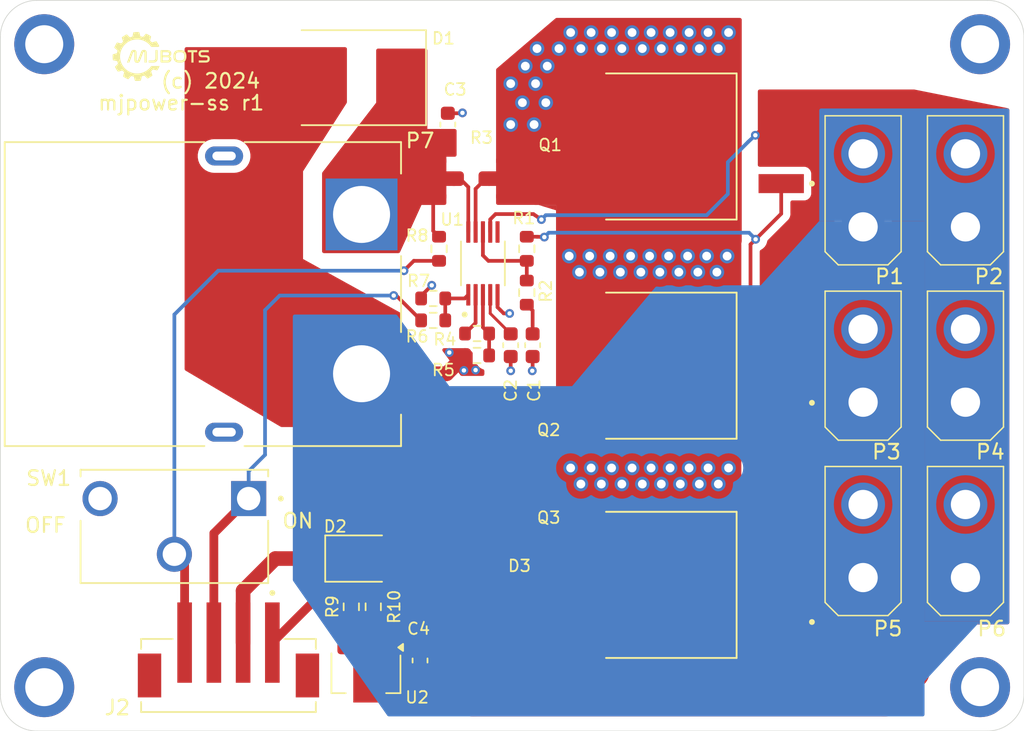
<source format=kicad_pcb>
(kicad_pcb (version 20221018) (generator pcbnew)
  (layers (0 "F.Cu" signal) (1 "In1.Cu" signal) (2 "In2.Cu" signal) (31 "B.Cu" signal) (34 "B.Paste" user) (35 "F.Paste" user) (36 "B.SilkS" user "B.Silkscreen") (37 "F.SilkS" user "F.Silkscreen") (38 "B.Mask" user) (39 "F.Mask" user) (44 "Edge.Cuts" user))
  (net 0 "")
  (net 1 "Net-(C1-Pad1)")
  (net 2 "GND")
  (net 3 "Net-(U1-TIMER)")
  (net 4 "Net-(D2-A)")
  (net 5 "/VSWITCHED")
  (net 6 "/SWITCH_LOW")
  (net 7 "/SWITCH_HIGH")
  (net 8 "Net-(U1-GATE)")
  (net 9 "Net-(U1-VREF)")
  (net 10 "Net-(U1-PROG)")
  (net 11 "Net-(U1-EN)")
  (net 12 "Net-(U2-VOUT)")
  (net 14 "/VIN")
  (net 15 "/GATE_DRIVE")
  (net 16 "/VDRAIN")
  (net 17 "/VCC")
  (net 18 "/SENSE")
  (net 19 "Net-(J2-Pin_1)")
  (footprint "Capacitor_SMD:C_0603_1608Metric" (layer "F.Cu") (at 134.9 73.6 -90)
    (fp_text reference "C2")
    (fp_text value "10nF")
  )
  (footprint "Resistor_SMD:R_0603_1608Metric" (layer "F.Cu") (at 129.6 71.9)
    (fp_text reference "R6")
    (fp_text value "499k 1%" hide)
  )
  (footprint "footprints:XT30UPB-F" (layer "F.Cu") (at 159 63 90)
    (fp_text reference "P1")
    (fp_text value "Conn_01x02_Pin" hide)
  )
  (footprint "footprints:TRANS_PSMN3R7-100BSEJ" (layer "F.Cu") (at 147 75 180)
    (fp_text reference "Q2")
    (fp_text value "PSMN3R7-100BSEJ" hide)
  )
  (footprint "footprints:WSL2512_SHUNT" (layer "F.Cu") (at 132.2 62.2 180)
    (fp_text reference "R3")
    (fp_text value "R_Shunt_US" hide)
  )
  (footprint "Resistor_SMD:R_0603_1608Metric" (layer "F.Cu") (at 125.5 91.5 -90)
    (fp_text reference "R10")
    (fp_text value "3.3k" hide)
  )
  (footprint "footprints:M2.5_MOUNT" (layer "F.Cu") (at 103 53)
    (fp_text reference "REF**" hide)
    (fp_text value "M2.5_MOUNT" hide)
  )
  (footprint "footprints:SW_G-107-0513" (layer "F.Cu") (at 111.9 86 180)
    (fp_text reference "SW1")
    (fp_text value "SW_SPDT" hide)
  )
  (footprint "Resistor_SMD:R_0603_1608Metric" (layer "F.Cu") (at 124 91.5 -90)
    (fp_text reference "R9")
    (fp_text value "3.3k" hide)
  )
  (footprint "footprints:M2.5_MOUNT" (layer "F.Cu") (at 103 97)
    (fp_text reference "REF**" hide)
    (fp_text value "M2.5_MOUNT" hide)
  )
  (footprint "footprints:TRANS_PSMN3R7-100BSEJ" (layer "F.Cu") (at 147 90 180)
    (fp_text reference "Q3")
    (fp_text value "PSMN3R7-100BSEJ" hide)
  )
  (footprint "LED_SMD:LED_1210_3225Metric" (layer "F.Cu") (at 124.5 88.2)
    (fp_text reference "D2")
    (fp_text value "LED" hide)
  )
  (footprint "footprints:JST_B4B-PH-SM4-TB" (layer "F.Cu") (at 115.6 96.2 180)
    (fp_text reference "J2")
    (fp_text value "Conn_01x04_Pin" hide)
  )
  (footprint "Capacitor_SMD:C_0603_1608Metric" (layer "F.Cu") (at 136.4 73.6 -90)
    (fp_text reference "C1")
    (fp_text value "27nF 100V" hide)
  )
  (footprint "footprints:AMASS_XT90PW-M" (layer "F.Cu") (at 115.3 70.1 -90)
    (fp_text reference "P7")
    (fp_text value "XT90PW-M" hide)
  )
  (footprint "footprints:M2.5_MOUNT" (layer "F.Cu") (at 167 53)
    (fp_text reference "REF**" hide)
    (fp_text value "M2.5_MOUNT" hide)
  )
  (footprint "Resistor_SMD:R_0603_1608Metric" (layer "F.Cu") (at 136 70 -90)
    (fp_text reference "R2")
    (fp_text value "1k")
  )
  (footprint "footprints:SOP50P490X110-10N" (layer "F.Cu") (at 133 68 90)
    (fp_text reference "U1")
    (fp_text value "TPS2490DGSR" hide)
  )
  (footprint "Capacitor_SMD:C_0603_1608Metric" (layer "F.Cu") (at 130.6 58.5 90)
    (fp_text reference "C3")
    (fp_text value "0.01uF 100V" hide)
  )
  (footprint "Resistor_SMD:R_0603_1608Metric" (layer "F.Cu") (at 132.6 74.3 180)
    (fp_text reference "R5")
    (fp_text value "6.8k 1%" hide)
  )
  (footprint "Resistor_SMD:R_0603_1608Metric" (layer "F.Cu") (at 136 67 -90)
    (fp_text reference "R1")
    (fp_text value "10" hide)
  )
  (footprint "footprints:TRANS_PSMN3R7-100BSEJ" (layer "F.Cu") (at 147 60 180)
    (fp_text reference "Q1")
    (fp_text value "PSMN3R7-100BSEJ" hide)
  )
  (footprint "footprints:XT30UPB-F" (layer "F.Cu") (at 159 87 90)
    (fp_text reference "P5")
    (fp_text value "Conn_01x02_Pin" hide)
  )
  (footprint "footprints:TO-277A" (layer "F.Cu") (at 133.75 92.56 -90)
    (fp_text reference "D3")
    (fp_text value "D_Schottky" hide)
  )
  (footprint "Resistor_SMD:R_0603_1608Metric" (layer "F.Cu") (at 129.6 70.4 180)
    (fp_text reference "R7")
    (fp_text value "140k 1%" hide)
  )
  (footprint "footprints:M2.5_MOUNT" (layer "F.Cu") (at 167 97)
    (fp_text reference "REF**" hide)
    (fp_text value "M2.5_MOUNT" hide)
  )
  (footprint "Resistor_SMD:R_0603_1608Metric" (layer "F.Cu") (at 132.6 72.8)
    (fp_text reference "R4")
    (fp_text value "47k 1%" hide)
  )
  (footprint "footprints:XT30UPB-F" (layer "F.Cu") (at 166 87 90)
    (fp_text reference "P6")
    (fp_text value "Conn_01x02_Pin" hide)
  )
  (footprint "footprints:XT30UPB-F" (layer "F.Cu") (at 159 75 90)
    (fp_text reference "P3")
    (fp_text value "Conn_01x02_Pin" hide)
  )
  (footprint "Package_TO_SOT_SMD:SOT-89-3" (layer "F.Cu") (at 125 96.05 -90)
    (fp_text reference "U2")
    (fp_text value "ZXTR2005Z" hide)
  )
  (footprint "Diode_SMD:D_SMC" (layer "F.Cu") (at 124.2 55.29 180)
    (fp_text reference "D1")
    (fp_text value "SMC5K51A-M3/I" hide)
  )
  (footprint "footprints:XT30UPB-F" (layer "F.Cu") (at 166 75 90)
    (fp_text reference "P4")
    (fp_text value "Conn_01x02_Pin" hide)
  )
  (footprint "Resistor_SMD:R_0603_1608Metric" (layer "F.Cu") (at 130 67 -90)
    (fp_text reference "R8")
    (fp_text value "3.3k" hide)
  )
  (footprint "footprints:XT30UPB-F" (layer "F.Cu") (at 166 63 90)
    (fp_text reference "P2")
    (fp_text value "Conn_01x02_Pin" hide)
  )
  (footprint "Capacitor_SMD:C_0603_1608Metric" (layer "F.Cu") (at 128.7 95.175 90)
    (fp_text reference "C4")
    (fp_text value "0.01uF 100V" hide)
  )
  (gr_poly (pts (xy 112.344963 53.402423) (xy 112.351001 53.402497) (xy 112.357014 53.402621) (xy 112.36299 53.402795) (xy 112.383971 53.403976) (xy 112.404352 53.405884) (xy 112.42413 53.408518) (xy 112.443307 53.41188) (xy 112.461883 53.415969) (xy 112.479857 53.420787) (xy 112.49723 53.426334) (xy 112.514001 53.43261) (xy 112.53017 53.439617) (xy 112.545738 53.447354) (xy 112.560705 53.455823) (xy 112.57507 53.465024) (xy 112.588833 53.474957) (xy 112.601995 53.485623) (xy 112.614556 53.497023) (xy 112.626515 53.509158) (xy 112.638578 53.522932) (xy 112.649862 53.537566) (xy 112.660368 53.553059) (xy 112.670096 53.569412) (xy 112.679046 53.586626) (xy 112.687218 53.604701) (xy 112.694611 53.623636) (xy 112.701226 53.643434) (xy 112.707063 53.664093) (xy 112.712122 53.685615) (xy 112.716402 53.707999) (xy 112.719904 53.731246) (xy 112.722628 53.755357) (xy 112.724574 53.780332) (xy 112.725741 53.806171) (xy 112.72613 53.832875) (xy 112.725741 53.85943) (xy 112.724574 53.88512) (xy 112.722628 53.909946) (xy 112.719904 53.933907) (xy 112.716402 53.957004) (xy 112.712122 53.979236) (xy 112.707063 54.000605) (xy 112.701226 54.02111) (xy 112.694611 54.040751) (xy 112.687218 54.059529) (xy 112.679046 54.077444) (xy 112.670096 54.094497) (xy 112.660368 54.110686) (xy 112.649862 54.126013) (xy 112.638578 54.140477) (xy 112.626515 54.154079) (xy 112.614556 54.166002) (xy 112.601995 54.177215) (xy 112.588833 54.187715) (xy 112.57507 54.197502) (xy 112.560705 54.206575) (xy 112.545738 54.214934) (xy 112.53017 54.222576) (xy 112.514001 54.229502) (xy 112.497229 54.23571) (xy 112.479857 54.241199) (xy 112.461883 54.245969) (xy 112.443307 54.250018) (xy 112.42413 54.253345) (xy 112.404352 54.255949) (xy 112.383971 54.25783) (xy 112.36299 54.258987) (xy 112.357032 54.25916) (xy 112.35105 54.259284) (xy 112.345019 54.259359) (xy 112.338913 54.259383) (xy 112.222231 54.259383) (xy 112.199087 54.258971) (xy 112.176634 54.257734) (xy 112.154872 54.255673) (xy 112.1338 54.252788) (xy 112.11342 54.249078) (xy 112.09373 54.244545) (xy 112.07473 54.239188) (xy 112.05642 54.233008) (xy 112.0388 54.226004) (xy 112.02187 54.218178) (xy 112.005629 54.209529) (xy 111.990078 54.200057) (xy 111.975215 54.189763) (xy 111.961042 54.178646) (xy 111.947557 54.166707) (xy 111.934761 54.153947) (xy 111.922675 54.140345) (xy 111.91137 54.12588) (xy 111.900846 54.110553) (xy 111.891103 54.094364) (xy 111.88214 54.077312) (xy 111.873958 54.059397) (xy 111.866556 54.040619) (xy 111.859934 54.020977) (xy 111.854091 54.000472) (xy 111.849029 53.979104) (xy 111.844745 53.956871) (xy 111.841241 53.933774) (xy 111.838516 53.909813) (xy 111.83657 53.884988) (xy 111.835402 53.859298) (xy 111.835013 53.832743) (xy 111.835015 53.832611) (xy 111.9849 53.832611) (xy 111.985118 53.850693) (xy 111.985774 53.868131) (xy 111.986866 53.884925) (xy 111.988395 53.901074) (xy 111.990361 53.916578) (xy 111.992762 53.931439) (xy 111.9956 53.945657) (xy 111.998873 53.95923) (xy 112.002582 53.972161) (xy 112.006727 53.984448) (xy 112.011306 53.996092) (xy 112.016321 54.007093) (xy 112.021771 54.017452) (xy 112.027655 54.027168) (xy 112.033974 54.036242) (xy 112.040727 54.044674) (xy 112.04797 54.052508) (xy 112.055759 54.059836) (xy 112.064094 54.066659) (xy 112.072975 54.072976) (xy 112.082403 54.078788) (xy 112.092377 54.084095) (xy 112.102899 54.088896) (xy 112.113967 54.093192) (xy 112.125583 54.096983) (xy 112.137746 54.100268) (xy 112.150456 54.103047) (xy 112.163715 54.105322) (xy 112.177521 54.107091) (xy 112.191876 54.108354) (xy 112.206779 54.109112) (xy 112.222231 54.109365) (xy 112.338913 54.109365) (xy 112.345037 54.109315) (xy 112.3511 54.109166) (xy 112.357088 54.108918) (xy 112.36299 54.108571) (xy 112.375874 54.107644) (xy 112.388335 54.106302) (xy 112.400371 54.104544) (xy 112.411985 54.102372) (xy 112.423176 54.099785) (xy 112.433946 54.096783) (xy 112.444294 54.093367) (xy 112.454221 54.089538) (xy 112.463729 54.085294) (xy 112.472816 54.080636) (xy 112.481485 54.075565) (xy 112.489735 54.07008) (xy 112.497568 54.064183) (xy 112.504983 54.057872) (xy 112.511982 54.051149) (xy 112.518565 54.044013) (xy 112.518564 54.044013) (xy 112.525412 54.03553) (xy 112.531816 54.026402) (xy 112.537778 54.016631) (xy 112.543296 54.006216) (xy 112.548373 53.995159) (xy 112.553006 53.98346) (xy 112.557198 53.97112) (xy 112.560947 53.958139) (xy 112.564255 53.944517) (xy 112.567121 53.930256) (xy 112.569545 53.915356) (xy 112.571528 53.899817) (xy 112.57307 53.88364) (xy 112.574172 53.866826) (xy 112.574832 53.849375) (xy 112.575053 53.831288) (xy 112.574834 53.8132) (xy 112.574179 53.795749) (xy 112.573086 53.778932) (xy 112.571557 53.76275) (xy 112.569592 53.747204) (xy 112.56719 53.732291) (xy 112.564353 53.718014) (xy 112.561079 53.70437) (xy 112.55737 53.691361) (xy 112.553226 53.678986) (xy 112.548646 53.667244) (xy 112.543631 53.656136) (xy 112.538182 53.645661) (xy 112.532297 53.635819) (xy 112.525979 53.62661) (xy 112.519226 53.618034) (xy 112.512733 53.610825) (xy 112.505806 53.604032) (xy 112.498445 53.597655) (xy 112.490649 53.591695) (xy 112.482418 53.586152) (xy 112.473752 53.581027) (xy 112.464651 53.576319) (xy 112.455114 53.572029) (xy 112.445142 53.568158) (xy 112.434734 53.564706) (xy 112.423889 53.561673) (xy 112.412609 53.55906) (xy 112.400892 53.556868) (xy 112.388739 53.555095) (xy 112.376149 53.553744) (xy 112.363122 53.552814) (xy 112.35722 53.552466) (xy 112.351232 53.552218) (xy 112.345169 53.55207) (xy 112.339045 53.55202) (xy 112.222363 53.55202) (xy 112.207076 53.552279) (xy 112.192319 53.553055) (xy 112.178092 53.554348) (xy 112.164395 53.556158) (xy 112.151228 53.558484) (xy 112.138592 53.561326) (xy 112.126485 53.564684) (xy 112.114909 53.568556) (xy 112.103864 53.572944) (xy 112.093348 53.577845) (xy 112.083362 53.583261) (xy 112.073907 53.58919) (xy 112.064982 53.595632) (xy 112.056587 53.602587) (xy 112.048723 53.610054) (xy 112.041388 53.618034) (xy 112.034541 53.626616) (xy 112.028136 53.635843) (xy 112.022175 53.645715) (xy 112.016656 53.656231) (xy 112.01158 53.667391) (xy 112.006946 53.679195) (xy 112.002755 53.691643) (xy 111.999006 53.704734) (xy 111.995698 53.718469) (xy 111.992832 53.732847) (xy 111.990407 53.747868) (xy 111.988424 53.763532) (xy 111.986882 53.779838) (xy 111.985781 53.796787) (xy 111.98512 53.814378) (xy 111.9849 53.832611) (xy 111.835015 53.832611) (xy 111.835402 53.806038) (xy 111.83657 53.780194) (xy 111.838516 53.755214) (xy 111.841241 53.731095) (xy 111.844745 53.70784) (xy 111.849029 53.685447) (xy 111.854091 53.663918) (xy 111.859934 53.643252) (xy 111.866556 53.623449) (xy 111.873958 53.60451) (xy 111.88214 53.586435) (xy 111.891103 53.569224) (xy 111.900846 53.552878) (xy 111.91137 53.537395) (xy 111.922675 53.522778) (xy 111.934761 53.509025) (xy 111.947557 53.496099) (xy 111.961042 53.484009) (xy 111.975215 53.472756) (xy 111.990078 53.462339) (xy 112.005629 53.452757) (xy 112.02187 53.444011) (xy 112.0388 53.436099) (xy 112.05642 53.429022) (xy 112.07473 53.422779) (xy 112.09373 53.417369) (xy 112.11342 53.412793) (xy 112.1338 53.40905) (xy 112.154872 53.406139) (xy 112.176634 53.404061) (xy 112.199087 53.402814) (xy 112.222231 53.402398) (xy 112.338913 53.402398)) (fill solid) (layer "F.SilkS"))
  (gr_poly (pts (xy 111.420726 53.402665) (xy 111.438734 53.403465) (xy 111.456048 53.404798) (xy 111.472667 53.406664) (xy 111.488592 53.409064) (xy 111.496293 53.410464) (xy 111.503822 53.411997) (xy 111.511176 53.413664) (xy 111.518357 53.415464) (xy 111.525365 53.417397) (xy 111.532198 53.419464) (xy 111.538893 53.421674) (xy 111.545432 53.423991) (xy 111.551818 53.426414) (xy 111.558051 53.428943) (xy 111.564131 53.43158) (xy 111.570059 53.434323) (xy 111.575835 53.437175) (xy 111.58146 53.440134) (xy 111.586935 53.443202) (xy 111.59226 53.446379) (xy 111.597436 53.449666) (xy 111.602464 53.453062) (xy 111.607343 53.456568) (xy 111.612075 53.460184) (xy 111.61666 53.463911) (xy 111.621098 53.46775) (xy 111.625393 53.471714) (xy 111.629544 53.475768) (xy 111.633553 53.479913) (xy 111.637418 53.484148) (xy 111.64114 53.488474) (xy 111.644718 53.49289) (xy 111.648152 53.497398) (xy 111.651443 53.501997) (xy 111.654589 53.506688) (xy 111.657591 53.51147) (xy 111.660448 53.516344) (xy 111.663161 53.52131) (xy 111.665729 53.526368) (xy 111.668151 53.531519) (xy 111.670428 53.536762) (xy 111.67256 53.542098) (xy 111.674532 53.547516) (xy 111.676379 53.553006) (xy 111.678102 53.558566) (xy 111.679699 53.564197) (xy 111.681171 53.569899) (xy 111.682517 53.57567) (xy 111.683737 53.581513) (xy 111.68483 53.587425) (xy 111.685795 53.593406) (xy 111.686634 53.599458) (xy 111.687344 53.605578) (xy 111.687926 53.611768) (xy 111.688379 53.618027) (xy 111.688704 53.624355) (xy 111.688964 53.637216) (xy 111.688843 53.646454) (xy 111.68848 53.655466) (xy 111.687875 53.66425) (xy 111.687027 53.672808) (xy 111.685937 53.681139) (xy 111.684604 53.689243) (xy 111.683028 53.697119) (xy 111.681208 53.704767) (xy 111.679146 53.712188) (xy 111.676839 53.71938) (xy 111.674289 53.726344) (xy 111.671495 53.73308) (xy 111.668457 53.739587) (xy 111.665174 53.745865) (xy 111.661647 53.751914) (xy 111.657875 53.757733) (xy 111.653865 53.763355) (xy 111.649622 53.768809) (xy 111.645146 53.774095) (xy 111.640438 53.779214) (xy 111.635497 53.784166) (xy 111.630324 53.78895) (xy 111.624918 53.793567) (xy 111.619279 53.798016) (xy 111.613408 53.802298) (xy 111.607305 53.806413) (xy 111.600969 53.81036) (xy 111.5944 53.814139) (xy 111.587599 53.817751) (xy 111.580565 53.821196) (xy 111.573299 53.824474) (xy 111.565801 53.827583) (xy 111.573307 53.830845) (xy 111.580597 53.834281) (xy 111.58767 53.83789) (xy 111.594527 53.841672) (xy 111.601167 53.845629) (xy 111.607591 53.849759) (xy 111.6138 53.854062) (xy 111.619792 53.85854) (xy 111.625569 53.86319) (xy 111.631131 53.868015) (xy 111.636478 53.873013) (xy 111.64161 53.878185) (xy 111.646527 53.88353) (xy 111.65123 53.889049) (xy 111.655718 53.894742) (xy 111.659992 53.900608) (xy 111.664004 53.906668) (xy 111.667756 53.912942) (xy 111.671248 53.91943) (xy 111.67448 53.92613) (xy 111.677453 53.933044) (xy 111.680166 53.940171) (xy 111.682619 53.947511) (xy 111.684814 53.955063) (xy 111.686749 53.962827) (xy 111.688426 53.970804) (xy 111.689844 53.978993) (xy 111.691004 53.987394) (xy 111.691906 53.996006) (xy 111.69255 54.00483) (xy 111.692937 54.013864) (xy 111.693065 54.02311) (xy 111.693 54.029575) (xy 111.692805 54.035971) (xy 111.69248 54.042299) (xy 111.692025 54.048558) (xy 111.691441 54.054748) (xy 111.690728 54.060868) (xy 111.689886 54.06692) (xy 111.688915 54.072902) (xy 111.687815 54.078814) (xy 111.686586 54.084656) (xy 111.68523 54.090428) (xy 111.683745 54.096129) (xy 111.682132 54.10176) (xy 111.680392 54.10732) (xy 111.678524 54.11281) (xy 111.676529 54.118228) (xy 111.674397 54.123587) (xy 111.67212 54.128851) (xy 111.669697 54.134019) (xy 111.66713 54.139091) (xy 111.664417 54.144068) (xy 111.66156 54.148949) (xy 111.658558 54.153736) (xy 111.655412 54.158428) (xy 111.652121 54.163026) (xy 111.648687 54.167529) (xy 111.645108 54.171937) (xy 111.641387 54.176252) (xy 111.637521 54.180473) (xy 111.633513 54.184601) (xy 111.629361 54.188635) (xy 111.625067 54.192576) (xy 111.620627 54.196418) (xy 111.616038 54.200154) (xy 111.611301 54.203785) (xy 111.606414 54.20731) (xy 111.601379 54.21073) (xy 111.596194 54.214044) (xy 111.590861 54.217254) (xy 111.58538 54.220357) (xy 111.579749 54.223355) (xy 111.573969 54.226248) (xy 111.568041 54.229036) (xy 111.561964 54.231718) (xy 111.555738 54.234294) (xy 111.549363 54.236766) (xy 111.54284 54.239131) (xy 111.536167 54.241392) (xy 111.522326 54.245577) (xy 111.507791 54.249205) (xy 111.492561 54.252275) (xy 111.476636 54.254786) (xy 111.460017 54.25674) (xy 111.442703 54.258135) (xy 111.424695 54.258972) (xy 111.405992 54.259251) (xy 111.025124 54.259251) (xy 111.020765 54.259183) (xy 111.016544 54.258978) (xy 111.012459 54.258637) (xy 111.008512 54.25816) (xy 111.004703 54.257546) (xy 111.001031 54.256795) (xy 110.997496 54.255909) (xy 110.9941 54.254885) (xy 110.990841 54.253726) (xy 110.98772 54.25243) (xy 110.984737 54.250997) (xy 110.981892 54.249428) (xy 110.979185 54.247723) (xy 110.976616 54.245881) (xy 110.974186 54.243903) (xy 110.971894 54.241789) (xy 110.96974 54.239538) (xy 110.967724 54.23715) (xy 110.965847 54.234626) (xy 110.964109 54.231966) (xy 110.962509 54.229169) (xy 110.961048 54.226236) (xy 110.959726 54.223166) (xy 110.958543 54.21996) (xy 110.957498 54.216618) (xy 110.956593 54.213139) (xy 110.955827 54.209524) (xy 110.955199 54.205772) (xy 110.954712 54.201884) (xy 110.954363 54.197859) (xy 110.954154 54.193698) (xy 110.954084 54.189401) (xy 110.954084 54.096665) (xy 111.101324 54.096665) (xy 111.101341 54.097532) (xy 111.10139 54.09837) (xy 111.101471 54.099181) (xy 111.101585 54.099964) (xy 111.101731 54.100719) (xy 111.10191 54.101447) (xy 111.102121 54.102147) (xy 111.102364 54.102818) (xy 111.10264 54.103463) (xy 111.102948 54.104079) (xy 111.103289 54.104668) (xy 111.103662 54.105229) (xy 111.104067 54.105763) (xy 111.104504 54.106269) (xy 111.104974 54.106748) (xy 111.105475 54.107199) (xy 111.106009 54.107622) (xy 111.106575 54.108018) (xy 111.107173 54.108386) (xy 111.107804 54.108727) (xy 111.108466 54.109041) (xy 111.10916 54.109327) (xy 111.109887 54.109586) (xy 111.110645 54.109817) (xy 111.111435 54.110022) (xy 111.112258 54.110199) (xy 111.113998 54.11047) (xy 111.115866 54.110633) (xy 111.117861 54.110688) (xy 111.409829 54.110688) (xy 111.418244 54.110573) (xy 111.426373 54.110229) (xy 111.434217 54.109656) (xy 111.441775 54.108854) (xy 111.449047 54.107824) (xy 111.456033 54.106565) (xy 111.462732 54.105077) (xy 111.469145 54.103362) (xy 111.475271 54.101419) (xy 111.48111 54.099248) (xy 111.486661 54.096849) (xy 111.491926 54.094224) (xy 111.496903 54.091371) (xy 111.501592 54.088291) (xy 111.505993 54.084984) (xy 111.510106 54.081451) (xy 111.513928 54.077711) (xy 111.517504 54.073781) (xy 111.520836 54.069662) (xy 111.523922 54.065355) (xy 111.526764 54.06086) (xy 111.529361 54.056176) (xy 111.531713 54.051305) (xy 111.533819 54.046245) (xy 111.535681 54.040998) (xy 111.537298 54.035564) (xy 111.53867 54.029943) (xy 111.539797 54.024134) (xy 111.540679 54.018139) (xy 111.541316 54.011957) (xy 111.541709 54.005588) (xy 111.541856 53.999034) (xy 111.541727 53.992234) (xy 111.54134 53.98565) (xy 111.540695 53.979283) (xy 111.539791 53.973131) (xy 111.53863 53.967196) (xy 111.537211 53.961477) (xy 111.535533 53.955974) (xy 111.533598 53.950687) (xy 111.531405 53.945617) (xy 111.528954 53.940762) (xy 111.526245 53.936123) (xy 111.523278 53.931701) (xy 111.520053 53.927494) (xy 111.516571 53.923503) (xy 111.512831 53.919728) (xy 111.508833 53.91617) (xy 111.504577 53.912826) (xy 111.500063 53.909699) (xy 111.495292 53.906788) (xy 111.490263 53.904092) (xy 111.484977 53.901613) (xy 111.479433 53.899349) (xy 111.473631 53.8973) (xy 111.467572 53.895468) (xy 111.461255 53.893851) (xy 111.454681 53.89245) (xy 111.44076 53.890294) (xy 111.425809 53.889001) (xy 111.409829 53.88857) (xy 111.101722 53.88857) (xy 111.101324 53.898624) (xy 111.101324 54.096665) (xy 110.954084 54.096665) (xy 110.954084 53.758527) (xy 111.101324 53.758527) (xy 111.101421 53.759916) (xy 111.101506 53.761305) (xy 111.10154 53.762) (xy 111.101566 53.762694) (xy 111.101583 53.763389) (xy 111.101589 53.764083) (xy 111.405992 53.764083) (xy 111.414111 53.763983) (xy 111.421973 53.763682) (xy 111.429577 53.76318) (xy 111.436923 53.762477) (xy 111.444013 53.761574) (xy 111.450845 53.76047) (xy 111.457419 53.759165) (xy 111.463736 53.757659) (xy 111.469795 53.755952) (xy 111.475597 53.754045) (xy 111.481141 53.751937) (xy 111.486427 53.749628) (xy 111.491456 53.747119) (xy 111.496227 53.744409) (xy 111.500741 53.741498) (xy 111.504996 53.738386) (xy 111.508994 53.735073) (xy 111.512735 53.73156) (xy 111.516217 53.727846) (xy 111.519442 53.723931) (xy 111.522408 53.719815) (xy 111.525117 53.715499) (xy 111.527569 53.710982) (xy 111.529762 53.706264) (xy 111.531697 53.701345) (xy 111.533374 53.696225) (xy 111.534794 53.690905) (xy 111.535955 53.685384) (xy 111.536858 53.679663) (xy 111.537503 53.67374) (xy 111.53789 53.667617) (xy 111.53802 53.661293) (xy 111.537899 53.655022) (xy 111.537536 53.648909) (xy 111.53693 53.642955) (xy 111.536083 53.63716) (xy 111.534992 53.631523) (xy 111.533659 53.626046) (xy 111.532083 53.620728) (xy 111.530264 53.615569) (xy 111.528201 53.610571) (xy 111.525895 53.605731) (xy 111.523345 53.601053) (xy 111.520551 53.596534) (xy 111.517513 53.592176) (xy 111.51423 53.587978) (xy 111.510703 53.583941) (xy 111.506931 53.580066) (xy 111.502891 53.576365) (xy 111.498559 53.572903) (xy 111.493936 53.56968) (xy 111.489022 53.566696) (xy 111.483816 53.56395) (xy 111.478319 53.561444) (xy 111.47253 53.559176) (xy 111.46645 53.557146) (xy 111.460078 53.555356) (xy 111.453415 53.553804) (xy 111.44646 53.552491) (xy 111.439214 53.551416) (xy 111.431676 53.550581) (xy 111.423847 53.549984) (xy 111.415727 53.549626) (xy 111.407315 53.549506) (xy 111.117861 53.549506) (xy 111.116848 53.549521) (xy 111.115866 53.549567) (xy 111.114916 53.549642) (xy 111.113998 53.549748) (xy 111.113112 53.549884) (xy 111.112258 53.55005) (xy 111.111435 53.550246) (xy 111.110645 53.550472) (xy 111.109887 53.550728) (xy 111.10916 53.551014) (xy 111.108466 53.55133) (xy 111.107804 53.551676) (xy 111.107173 53.552052) (xy 111.106575 53.552458) (xy 111.106009 53.552894) (xy 111.105475 53.553359) (xy 111.104974 53.553855) (xy 111.104504 53.55438) (xy 111.104067 53.554935) (xy 111.103662 53.55552) (xy 111.103289 53.556135) (xy 111.102948 53.556779) (xy 111.10264 53.557453) (xy 111.102364 53.558157) (xy 111.102121 53.55889) (xy 111.10191 53.559653) (xy 111.101731 53.560446) (xy 111.101585 53.561268) (xy 111.101471 53.56212) (xy 111.10139 53.563001) (xy 111.101341 53.563912) (xy 111.101324 53.564852) (xy 111.101324 53.758527) (xy 110.954084 53.758527) (xy 110.954084 53.472116) (xy 110.954153 53.46783) (xy 110.954362 53.463681) (xy 110.954708 53.459667) (xy 110.955194 53.455788) (xy 110.955818 53.452046) (xy 110.956582 53.448439) (xy 110.957483 53.444968) (xy 110.958524 53.441633) (xy 110.959703 53.438433) (xy 110.961022 53.43537) (xy 110.962478 53.432443) (xy 110.964074 53.429651) (xy 110.965808 53.426995) (xy 110.967682 53.424475) (xy 110.969693 53.422092) (xy 110.971844 53.419844) (xy 110.974133 53.417732) (xy 110.976562 53.415757) (xy 110.979129 53.413917) (xy 110.981834 53.412214) (xy 110.984679 53.410646) (xy 110.987662 53.409215) (xy 110.990784 53.40792) (xy 110.994044 53.406762) (xy 110.997444 53.405739) (xy 111.000982 53.404853) (xy 111.004659 53.404103) (xy 111.008474 53.403489) (xy 111.012429 53.403012) (xy 111.016522 53.402671) (xy 111.025124 53.402398) (xy 111.402023 53.402398)) (fill solid) (layer "F.SilkS"))
  (gr_poly (pts (xy 110.754852 53.963315) (xy 110.754573 53.97932) (xy 110.753738 53.99499) (xy 110.752347 54.010326) (xy 110.750404 54.025327) (xy 110.747908 54.039992) (xy 110.746454 54.0472) (xy 110.744862 54.054323) (xy 110.743133 54.061363) (xy 110.741267 54.068319) (xy 110.739264 54.075192) (xy 110.737125 54.08198) (xy 110.734815 54.08867) (xy 110.73235 54.095245) (xy 110.729728 54.101705) (xy 110.726951 54.10805) (xy 110.724017 54.114281) (xy 110.720926 54.120397) (xy 110.717678 54.126398) (xy 110.714272 54.132284) (xy 110.710707 54.138056) (xy 110.706985 54.143713) (xy 110.703103 54.149256) (xy 110.699062 54.154683) (xy 110.694862 54.159996) (xy 110.690501 54.165194) (xy 110.68598 54.170277) (xy 110.681298 54.175246) (xy 110.676449 54.180091) (xy 110.671426 54.184802) (xy 110.666229 54.18938) (xy 110.660859 54.193825) (xy 110.655315 54.198136) (xy 110.649598 54.202314) (xy 110.643706 54.206359) (xy 110.637642 54.21027) (xy 110.631403 54.214048) (xy 110.624991 54.217693) (xy 110.618406 54.221205) (xy 110.611646 54.224583) (xy 110.604713 54.227827) (xy 110.597607 54.230939) (xy 110.590327 54.233917) (xy 110.582873 54.236762) (xy 110.576808 54.238933) (xy 110.570619 54.240983) (xy 110.564307 54.242915) (xy 110.55787 54.244732) (xy 110.551309 54.246438) (xy 110.544624 54.248035) (xy 110.537815 54.249527) (xy 110.530882 54.250917) (xy 110.520179 54.252827) (xy 110.509201 54.254487) (xy 110.497947 54.255896) (xy 110.486416 54.257052) (xy 110.474606 54.257954) (xy 110.462515 54.2586) (xy 110.450141 54.258989) (xy 110.437485 54.259119) (xy 110.146708 54.259119) (xy 110.146708 54.109233) (xy 110.428489 54.109233) (xy 110.440878 54.109058) (xy 110.452746 54.108534) (xy 110.464089 54.107656) (xy 110.469564 54.107083) (xy 110.474907 54.106421) (xy 110.480118 54.105669) (xy 110.485197 54.104827) (xy 110.490144 54.103894) (xy 110.494959 54.10287) (xy 110.499641 54.101755) (xy 110.504191 54.100547) (xy 110.508607 54.099248) (xy 110.512891 54.097855) (xy 110.517033 54.096408) (xy 110.521076 54.094892) (xy 110.525018 54.093309) (xy 110.528859 54.091658) (xy 110.532598 54.089942) (xy 110.536236 54.088158) (xy 110.539771 54.086309) (xy 110.543202 54.084395) (xy 110.54653 54.082415) (xy 110.549753 54.080371) (xy 110.552871 54.078262) (xy 110.555884 54.076089) (xy 110.55879 54.073853) (xy 110.561589 54.071554) (xy 110.564282 54.069191) (xy 110.566866 54.066767) (xy 110.569349 54.064282) (xy 110.57174 54.061737) (xy 110.574038 54.059134) (xy 110.576242 54.056471) (xy 110.578354 54.053748) (xy 110.580372 54.050965) (xy 110.582298 54.048123) (xy 110.58413 54.04522) (xy 110.585869 54.042256) (xy 110.587516 54.039232) (xy 110.589069 54.036147) (xy 110.59053 54.033001) (xy 110.591897 54.029794) (xy 110.593171 54.026526) (xy 110.594353 54.023195) (xy 110.595441 54.019803) (xy 110.595634 54.019252) (xy 110.595815 54.018689) (xy 110.595987 54.018117) (xy 110.596152 54.017538) (xy 110.596464 54.016362) (xy 110.596764 54.015173) (xy 110.598618 54.003664) (xy 110.600385 53.992154) (xy 110.602029 53.980645) (xy 110.603511 53.969136) (xy 110.603554 53.968248) (xy 110.603587 53.96737) (xy 110.603626 53.96563) (xy 110.603641 53.963889) (xy 110.603643 53.962124) (xy 110.603775 53.962124) (xy 110.603775 53.402266) (xy 110.754852 53.402266)) (fill solid) (layer "F.SilkS"))
  (gr_poly (pts (xy 109.136607 53.387252) (xy 109.147955 53.387853) (xy 109.158931 53.388853) (xy 109.169535 53.390254) (xy 109.179767 53.392056) (xy 109.189627 53.394259) (xy 109.199115 53.396863) (xy 109.20823 53.399868) (xy 109.216974 53.403275) (xy 109.225346 53.407084) (xy 109.233345 53.411294) (xy 109.240973 53.415906) (xy 109.248228 53.420921) (xy 109.255111 53.426339) (xy 109.261622 53.432159) (xy 109.267762 53.438382) (xy 109.273529 53.444933) (xy 109.278924 53.451739) (xy 109.283947 53.458798) (xy 109.288598 53.466111) (xy 109.292876 53.473678) (xy 109.296783 53.481498) (xy 109.300318 53.48957) (xy 109.30348 53.497896) (xy 109.306271 53.506475) (xy 109.308689 53.515306) (xy 109.310736 53.524389) (xy 109.31241 53.533725) (xy 109.313712 53.543312) (xy 109.314643 53.553151) (xy 109.315201 53.563242) (xy 109.315387 53.573584) (xy 109.315387 54.080128) (xy 109.315435 54.0828) (xy 109.315578 54.085406) (xy 109.315818 54.087946) (xy 109.316152 54.090422) (xy 109.31658 54.092833) (xy 109.317103 54.095179) (xy 109.317719 54.097459) (xy 109.318429 54.099674) (xy 109.319232 54.101825) (xy 109.320128 54.10391) (xy 109.321116 54.10593) (xy 109.322196 54.107885) (xy 109.323367 54.109775) (xy 109.324629 54.111599) (xy 109.325982 54.113359) (xy 109.327425 54.115053) (xy 109.328943 54.116664) (xy 109.330519 54.118172) (xy 109.332154 54.119578) (xy 109.333846 54.12088) (xy 109.335595 54.12208) (xy 109.337401 54.123176) (xy 109.339264 54.124169) (xy 109.341184 54.125058) (xy 109.343159 54.125843) (xy 109.345189 54.126524) (xy 109.347275 54.127101) (xy 109.349415 54.127574) (xy 109.351609 54.127941) (xy 109.353857 54.128204) (xy 109.356159 54.128362) (xy 109.358514 54.128415) (xy 109.362866 54.128277) (xy 109.364975 54.128104) (xy 109.36704 54.127862) (xy 109.369061 54.127551) (xy 109.371038 54.127171) (xy 109.37297 54.126722) (xy 109.374858 54.126203) (xy 109.376702 54.125615) (xy 109.378501 54.124957) (xy 109.380256 54.12423) (xy 109.381966 54.123434) (xy 109.383632 54.122568) (xy 109.385253 54.121632) (xy 109.38683 54.120626) (xy 109.388362 54.119551) (xy 109.38985 54.118406) (xy 109.391293 54.117192) (xy 109.392691 54.115907) (xy 109.394045 54.114553) (xy 109.395354 54.113128) (xy 109.396619 54.111634) (xy 109.397839 54.110069) (xy 109.399014 54.108435) (xy 109.400144 54.10673) (xy 109.401229 54.104955) (xy 109.40227 54.10311) (xy 109.403266 54.101194) (xy 109.405123 54.097152) (xy 109.4068 54.092828) (xy 109.614895 53.545802) (xy 109.618148 53.536721) (xy 109.621555 53.527881) (xy 109.625117 53.519284) (xy 109.628833 53.510929) (xy 109.632704 53.502817) (xy 109.636729 53.494947) (xy 109.640907 53.487321) (xy 109.645239 53.479938) (xy 109.649725 53.472798) (xy 109.654364 53.465902) (xy 109.659156 53.459249) (xy 109.664101 53.452841) (xy 109.669199 53.446676) (xy 109.674449 53.440756) (xy 109.679852 53.435081) (xy 109.685406 53.42965) (xy 109.691198 53.424508) (xy 109.697313 53.419697) (xy 109.70375 53.415219) (xy 109.710509 53.411072) (xy 109.717591 53.407256) (xy 109.724995 53.403773) (xy 109.732721 53.400621) (xy 109.740771 53.397801) (xy 109.749142 53.395313) (xy 109.757836 53.393156) (xy 109.766853 53.391332) (xy 109.776192 53.389839) (xy 109.785853 53.388678) (xy 109.795837 53.387848) (xy 109.806143 53.387351) (xy 109.816772 53.387185) (xy 109.828469 53.387385) (xy 109.839797 53.387985) (xy 109.850755 53.388985) (xy 109.861344 53.390386) (xy 109.871563 53.392188) (xy 109.881412 53.394391) (xy 109.890891 53.396995) (xy 109.9 53.4) (xy 109.908738 53.403407) (xy 109.917106 53.407216) (xy 109.925102 53.411426) (xy 109.932728 53.416039) (xy 109.939982 53.421053) (xy 109.946865 53.426471) (xy 109.953376 53.432291) (xy 109.959515 53.438514) (xy 109.965282 53.445065) (xy 109.970677 53.451871) (xy 109.9757 53.45893) (xy 109.980351 53.466243) (xy 109.98463 53.47381) (xy 109.988536 53.48163) (xy 109.992071 53.489703) (xy 109.995234 53.498028) (xy 109.998024 53.506607) (xy 110.000443 53.515438) (xy 110.002489 53.524521) (xy 110.004163 53.533857) (xy 110.005466 53.543444) (xy 110.006396 53.553283) (xy 110.006954 53.563374) (xy 110.00714 53.573716) (xy 110.00714 54.259384) (xy 109.856063 54.259384) (xy 109.856063 53.581521) (xy 109.856016 53.578684) (xy 109.855877 53.575927) (xy 109.855643 53.573248) (xy 109.855317 53.570648) (xy 109.854896 53.568126) (xy 109.854382 53.56568) (xy 109.853773 53.563311) (xy 109.85307 53.561016) (xy 109.852272 53.558796) (xy 109.85138 53.556649) (xy 109.850392 53.554576) (xy 109.84931 53.552574) (xy 109.848132 53.550644) (xy 109.846858 53.548784) (xy 109.845489 53.546994) (xy 109.844024 53.545273) (xy 109.842485 53.543663) (xy 109.840892 53.542154) (xy 109.839247 53.540749) (xy 109.837548 53.539446) (xy 109.835796 53.538247) (xy 109.83399 53.53715) (xy 109.83213 53.536158) (xy 109.830216 53.535269) (xy 109.828248 53.534483) (xy 109.826226 53.533802) (xy 109.824148 53.533225) (xy 109.822016 53.532753) (xy 109.819829 53.532385) (xy 109.817587 53.532122) (xy 109.815289 53.531964) (xy 109.812936 53.531912) (xy 109.810894 53.531952) (xy 109.808886 53.532073) (xy 109.806913 53.532274) (xy 109.804973 53.532555) (xy 109.803068 53.532915) (xy 109.801197 53.533356) (xy 109.79936 53.533876) (xy 109.797557 53.534475) (xy 109.795788 53.535153) (xy 109.794053 53.53591) (xy 109.792352 53.536746) (xy 109.790686 53.53766) (xy 109.789053 53.538653) (xy 109.787455 53.539723) (xy 109.785891 53.540872) (xy 109.784361 53.542098) (xy 109.782871 53.543388) (xy 109.781427 53.544728) (xy 109.78003 53.546117) (xy 109.778678 53.547555) (xy 109.777373 53.549044) (xy 109.776112 53.550582) (xy 109.774897 53.552169) (xy 109.773728 53.553806) (xy 109.772603 53.555493) (xy 109.771523 53.557229) (xy 109.770488 53.559015) (xy 109.769496 53.560851) (xy 109.76855 53.562736) (xy 109.767647 53.564671) (xy 109.766788 53.566655) (xy 109.765972 53.568689) (xy 109.557745 54.115715) (xy 109.554491 54.12482) (xy 109.551079 54.13368) (xy 109.547508 54.142295) (xy 109.54378 54.150665) (xy 109.539893 54.15879) (xy 109.535849 54.16667) (xy 109.531646 54.174305) (xy 109.527285 54.181695) (xy 109.522766 54.188841) (xy 109.518088 54.195741) (xy 109.513253 54.202396) (xy 109.50826 54.208807) (xy 109.503108 54.214972) (xy 109.497798 54.220893) (xy 109.49233 54.226568) (xy 109.486704 54.231999) (xy 109.480841 54.237141) (xy 109.474661 54.241952) (xy 109.468164 54.246431) (xy 109.46135 54.250578) (xy 109.454218 54.254393) (xy 109.446767 54.257877) (xy 109.438998 54.261028) (xy 109.43091 54.263848) (xy 109.422503 54.266337) (xy 109.413776 54.268493) (xy 109.404729 54.270318) (xy 109.395361 54.271811) (xy 109.385673 54.272972) (xy 109.375663 54.273801) (xy 109.365331 54.274299) (xy 109.354677 54.274465) (xy 109.342982 54.274263) (xy 109.331659 54.273659) (xy 109.32071 54.272652) (xy 109.310134 54.271242) (xy 109.299933 54.26943) (xy 109.290107 54.267216) (xy 109.280656 54.264601) (xy 109.271582 54.261583) (xy 109.262884 54.258164) (xy 109.254563 54.254343) (xy 109.246621 54.250122) (xy 109.239057 54.245499) (xy 109.231871 54.240476) (xy 109.225066 54.235052) (xy 109.218641 54.229228) (xy 109.212596 54.223003) (xy 109.206924 54.216449) (xy 109.201614 54.209633) (xy 109.196669 54.202556) (xy 109.192087 54.195218) (xy 109.187869 54.187618) (xy 109.184016 54.179755) (xy 109.180529 54.171629) (xy 109.177406 54.163241) (xy 109.17465 54.154588) (xy 109.17226 54.145672) (xy 109.170236 54.136492) (xy 109.16858 54.127046) (xy 109.167291 54.117336) (xy 109.16637 54.10736) (xy 109.165817 54.097119) (xy 109.165632 54.086611) (xy 109.165632 53.581389) (xy 109.165583 53.578552) (xy 109.165434 53.575794) (xy 109.165186 53.573116) (xy 109.164839 53.570516) (xy 109.164392 53.567994) (xy 109.163846 53.565548) (xy 109.163202 53.563178) (xy 109.162457 53.560884) (xy 109.161614 53.558664) (xy 109.160671 53.556517) (xy 109.15963 53.554443) (xy 109.158489 53.552442) (xy 109.157248 53.550512) (xy 109.155909 53.548652) (xy 109.15447 53.546862) (xy 109.152932 53.545141) (xy 109.15132 53.54353) (xy 109.149658 53.542022) (xy 109.147947 53.540617) (xy 109.146185 53.539314) (xy 109.144375 53.538114) (xy 109.142514 53.537018) (xy 109.140604 53.536026) (xy 109.138645 53.535136) (xy 109.136636 53.534351) (xy 109.134577 53.53367) (xy 109.132469 53.533093) (xy 109.130311 53.532621) (xy 109.128103 53.532253) (xy 109.125846 53.53199) (xy 109.123539 53.531832) (xy 109.121182 53.53178) (xy 109.118975 53.53182) (xy 109.116817 53.531941) (xy 109.114709 53.532141) (xy 109.112652 53.532422) (xy 109.110644 53.532783) (xy 109.108688 53.533224) (xy 109.106782 53.533744) (xy 109.104927 53.534343) (xy 109.103123 53.535021) (xy 109.101371 53.535778) (xy 109.09967 53.536614) (xy 109.098021 53.537528) (xy 109.096424 53.538521) (xy 109.094879 53.539591) (xy 109.093386 53.54074) (xy 109.091946 53.541966) (xy 109.090527 53.543256) (xy 109.089149 53.544595) (xy 109.087811 53.545984) (xy 109.086514 53.547423) (xy 109.085256 53.548911) (xy 109.084039 53.550449) (xy 109.082863 53.552037) (xy 109.081726 53.553674) (xy 109.08063 53.55536) (xy 109.079575 53.557097) (xy 109.078559 53.558883) (xy 109.077584 53.560718) (xy 109.076649 53.562603) (xy 109.075755 53.564538) (xy 109.0749 53.566523) (xy 109.074087 53.568557) (xy 108.817705 54.259119) (xy 108.657765 54.259119) (xy 108.923142 53.54567) (xy 108.926371 53.536588) (xy 108.929758 53.527749) (xy 108.933302 53.519152) (xy 108.937004 53.510797) (xy 108.940861 53.502684) (xy 108.944875 53.494815) (xy 108.949045 53.487189) (xy 108.95337 53.479805) (xy 108.957851 53.472666) (xy 108.962486 53.465769) (xy 108.967275 53.459117) (xy 108.972218 53.452708) (xy 108.977314 53.446544) (xy 108.982564 53.440624) (xy 108.987966 53.434949) (xy 108.993521 53.429518) (xy 108.999313 53.424376) (xy 109.005427 53.419565) (xy 109.011864 53.415086) (xy 109.018623 53.410939) (xy 109.025705 53.407124) (xy 109.033109 53.403641) (xy 109.040836 53.400489) (xy 109.048885 53.397669) (xy 109.057257 53.395181) (xy 109.065951 53.393024) (xy 109.074967 53.391199) (xy 109.084306 53.389707) (xy 109.093968 53.388545) (xy 109.103952 53.387716) (xy 109.114258 53.387218) (xy 109.124887 53.387052)) (fill solid) (layer "F.SilkS"))
  (gr_poly (pts (xy 109.394392 52.166036) (xy 109.445217 52.168219) (xy 109.49623 52.171954) (xy 109.579441 52.462069) (xy 109.60208 52.465889) (xy 109.61343 52.467855) (xy 109.624817 52.470007) (xy 109.641195 52.473379) (xy 109.657487 52.476946) (xy 109.673695 52.480701) (xy 109.689822 52.484641) (xy 109.705868 52.488761) (xy 109.721834 52.493056) (xy 109.737724 52.497522) (xy 109.753537 52.502153) (xy 109.955679 52.278448) (xy 110.002959 52.297526) (xy 110.049436 52.317933) (xy 110.095089 52.339649) (xy 110.139895 52.362652) (xy 110.183833 52.38692) (xy 110.226881 52.412431) (xy 110.269017 52.439164) (xy 110.31022 52.467096) (xy 110.237328 52.759725) (xy 110.254555 52.774143) (xy 110.271515 52.788819) (xy 110.28821 52.803753) (xy 110.304647 52.818942) (xy 110.32083 52.834386) (xy 110.336763 52.850083) (xy 110.352451 52.86603) (xy 110.367899 52.882228) (xy 110.654972 52.789491) (xy 110.685925 52.82923) (xy 110.715667 52.869846) (xy 110.744178 52.911311) (xy 110.771439 52.953599) (xy 110.797427 52.99668) (xy 110.822125 53.040527) (xy 110.845511 53.085112) (xy 110.867565 53.130407) (xy 110.814119 53.185705) (xy 110.317099 53.185705) (xy 110.284939 53.140489) (xy 110.250655 53.096824) (xy 110.214305 53.054794) (xy 110.175944 53.014484) (xy 110.135631 52.975977) (xy 110.09342 52.939359) (xy 110.049369 52.904713) (xy 110.003535 52.872124) (xy 109.955974 52.841675) (xy 109.906742 52.813452) (xy 109.855896 52.787538) (xy 109.803494 52.764019) (xy 109.74959 52.742977) (xy 109.694242 52.724498) (xy 109.637507 52.708665) (xy 109.579441 52.695564) (xy 109.52031 52.685329) (xy 109.461368 52.678174) (xy 109.4027 52.674041) (xy 109.344394 52.672875) (xy 109.286534 52.674616) (xy 109.229207 52.679208) (xy 109.1725 52.686593) (xy 109.116499 52.696713) (xy 109.061289 52.709512) (xy 109.006958 52.724931) (xy 108.95359 52.742913) (xy 108.901273 52.763402) (xy 108.850093 52.786338) (xy 108.800135 52.811665) (xy 108.751486 52.839326) (xy 108.704233 52.869263) (xy 108.65846 52.901418) (xy 108.614255 52.935734) (xy 108.571704 52.972154) (xy 108.530893 53.01062) (xy 108.491907 53.051074) (xy 108.454834 53.09346) (xy 108.41976 53.137719) (xy 108.38677 53.183795) (xy 108.355951 53.231629) (xy 108.327388 53.281165) (xy 108.301169 53.332344) (xy 108.27738 53.38511) (xy 108.256105 53.439405) (xy 108.237433 53.495172) (xy 108.221448 53.552353) (xy 108.208238 53.61089) (xy 108.198003 53.670021) (xy 108.190848 53.728963) (xy 108.186716 53.787631) (xy 108.185549 53.845938) (xy 108.187291 53.903797) (xy 108.191883 53.961124) (xy 108.199268 54.017831) (xy 108.209389 54.073832) (xy 108.222189 54.129042) (xy 108.237609 54.183373) (xy 108.255593 54.236741) (xy 108.276083 54.289058) (xy 108.299021 54.340238) (xy 108.324351 54.390196) (xy 108.352014 54.438845) (xy 108.381953 54.486098) (xy 108.414112 54.531871) (xy 108.448432 54.576076) (xy 108.484856 54.618627) (xy 108.523326 54.659438) (xy 108.563785 54.698423) (xy 108.606177 54.735496) (xy 108.650442 54.770571) (xy 108.696524 54.803561) (xy 108.744366 54.83438) (xy 108.79391 54.862943) (xy 108.845098 54.889162) (xy 108.897873 54.912951) (xy 108.952178 54.934225) (xy 109.007955 54.952898) (xy 109.065147 54.968882) (xy 109.123696 54.982093) (xy 109.168124 54.990091) (xy 109.212456 54.996342) (xy 109.256658 55.000869) (xy 109.300691 55.003698) (xy 109.344521 55.004852) (xy 109.38811 55.004357) (xy 109.431422 55.002236) (xy 109.47442 54.998514) (xy 109.517068 54.993215) (xy 109.559329 54.986364) (xy 109.601167 54.977985) (xy 109.642546 54.968103) (xy 109.683428 54.956742) (xy 109.723778 54.943926) (xy 109.763558 54.92968) (xy 109.802733 54.914029) (xy 109.841265 54.896996) (xy 109.879119 54.878606) (xy 109.916257 54.858884) (xy 109.952644 54.837854) (xy 109.988243 54.81554) (xy 110.023017 54.791966) (xy 110.056929 54.767159) (xy 110.089944 54.74114) (xy 110.122025 54.713936) (xy 110.153135 54.68557) (xy 110.183237 54.656067) (xy 110.212296 54.625451) (xy 110.240275 54.593747) (xy 110.267137 54.560979) (xy 110.292845 54.527172) (xy 110.317364 54.492349) (xy 110.892171 54.492349) (xy 110.874451 54.532778) (xy 110.855731 54.572594) (xy 110.836028 54.611781) (xy 110.815359 54.650322) (xy 110.793742 54.688199) (xy 110.771192 54.725395) (xy 110.747728 54.761894) (xy 110.723367 54.797678) (xy 110.43087 54.724653) (xy 110.416447 54.741843) (xy 110.401757 54.758784) (xy 110.386808 54.775478) (xy 110.371603 54.791923) (xy 110.356151 54.808121) (xy 110.340457 54.82407) (xy 110.324527 54.839772) (xy 110.308368 54.855225) (xy 110.401104 55.142298) (xy 110.361409 55.173245) (xy 110.320826 55.202972) (xy 110.279384 55.231462) (xy 110.237112 55.258698) (xy 110.194041 55.284663) (xy 110.150199 55.309339) (xy 110.105616 55.33271) (xy 110.060321 55.354758) (xy 109.843363 55.145473) (xy 109.82241 55.153182) (xy 109.801323 55.160538) (xy 109.780106 55.167546) (xy 109.758762 55.174213) (xy 109.737294 55.180546) (xy 109.715705 55.186549) (xy 109.693999 55.192231) (xy 109.672177 55.197596) (xy 109.60881 55.493003) (xy 109.559626 55.49986) (xy 109.510116 55.505242) (xy 109.460303 55.50914) (xy 109.410207 55.511541) (xy 109.359851 55.512435) (xy 109.309256 55.511811) (xy 109.258444 55.509659) (xy 109.207437 55.505968) (xy 109.124226 55.215588) (xy 109.101538 55.211999) (xy 109.090181 55.210062) (xy 109.084511 55.20902) (xy 109.078849 55.207914) (xy 109.062466 55.204536) (xy 109.046159 55.200955) (xy 109.029929 55.197178) (xy 109.013779 55.193214) (xy 108.997708 55.189069) (xy 108.981721 55.184753) (xy 108.965816 55.180272) (xy 108.949997 55.175635) (xy 108.747856 55.399473) (xy 108.700575 55.380352) (xy 108.654098 55.359911) (xy 108.608446 55.338172) (xy 108.56364 55.315153) (xy 108.519702 55.290876) (xy 108.476654 55.26536) (xy 108.434517 55.238626) (xy 108.393314 55.210693) (xy 108.466339 54.918063) (xy 108.449074 54.903641) (xy 108.432096 54.888951) (xy 108.415398 54.874001) (xy 108.39897 54.858797) (xy 108.382802 54.843345) (xy 108.366885 54.82765) (xy 108.35121 54.811721) (xy 108.335767 54.795562) (xy 108.048562 54.888298) (xy 108.017609 54.848641) (xy 107.987867 54.808073) (xy 107.959356 54.766629) (xy 107.932096 54.724339) (xy 107.906107 54.681237) (xy 107.88141 54.637355) (xy 107.858024 54.592726) (xy 107.835969 54.547382) (xy 108.045519 54.330424) (xy 108.037799 54.309476) (xy 108.030415 54.288403) (xy 108.02337 54.267202) (xy 108.016663 54.245873) (xy 108.010298 54.224414) (xy 108.004275 54.202822) (xy 107.998597 54.181098) (xy 107.993264 54.159239) (xy 107.697857 54.096003) (xy 107.690962 54.046814) (xy 107.68556 53.997291) (xy 107.681656 53.947461) (xy 107.679253 53.897351) (xy 107.678358 53.846986) (xy 107.678974 53.796394) (xy 107.681107 53.7456) (xy 107.68476 53.69463) (xy 107.975008 53.611419) (xy 107.978778 53.588731) (xy 107.980775 53.577375) (xy 107.982945 53.566043) (xy 107.986362 53.549584) (xy 107.989961 53.533241) (xy 107.99374 53.517006) (xy 107.997696 53.500873) (xy 108.001825 53.484832) (xy 108.006125 53.468877) (xy 108.010593 53.452999) (xy 108.015225 53.437191) (xy 107.791387 53.235049) (xy 107.81047 53.187644) (xy 107.830891 53.141085) (xy 107.852623 53.095388) (xy 107.87564 53.050569) (xy 107.899917 53.006642) (xy 107.925425 52.963624) (xy 107.95214 52.92153) (xy 107.980035 52.880375) (xy 108.272664 52.953268) (xy 108.287049 52.936079) (xy 108.301721 52.919139) (xy 108.316668 52.90245) (xy 108.331881 52.886014) (xy 108.347348 52.869833) (xy 108.363059 52.853907) (xy 108.379002 52.838238) (xy 108.395166 52.822828) (xy 108.302298 52.535623) (xy 108.341998 52.504714) (xy 108.382597 52.475005) (xy 108.42406 52.446517) (xy 108.466356 52.419273) (xy 108.509452 52.393294) (xy 108.553315 52.368601) (xy 108.597913 52.345217) (xy 108.643213 52.323163) (xy 108.860172 52.532713) (xy 108.88113 52.524949) (xy 108.90223 52.517534) (xy 108.923463 52.51047) (xy 108.944822 52.503758) (xy 108.966298 52.497399) (xy 108.987885 52.491394) (xy 109.009574 52.485747) (xy 109.031357 52.480458) (xy 109.094857 52.184918) (xy 109.144003 52.178018) (xy 109.193495 52.172605) (xy 109.243306 52.168689) (xy 109.29341 52.166282) (xy 109.343781 52.165393)) (fill solid) (layer "F.SilkS"))
  (gr_poly (pts (xy 113.461143 53.552152) (xy 113.210979 53.552152) (xy 113.210979 54.259251) (xy 113.060034 54.259251) (xy 113.060034 53.552152) (xy 112.809872 53.552152) (xy 112.809872 53.402398) (xy 113.461143 53.402398)) (fill solid) (layer "F.SilkS"))
  (gr_poly (pts (xy 114.254496 53.552153) (xy 113.815288 53.552153) (xy 113.808118 53.552264) (xy 113.801193 53.552599) (xy 113.794514 53.553157) (xy 113.788081 53.553938) (xy 113.781895 53.554943) (xy 113.775955 53.556171) (xy 113.770263 53.557622) (xy 113.764818 53.559296) (xy 113.759622 53.561194) (xy 113.754674 53.563315) (xy 113.749974 53.565659) (xy 113.745524 53.568226) (xy 113.741324 53.571016) (xy 113.737373 53.57403) (xy 113.733673 53.577267) (xy 113.730224 53.580727) (xy 113.727004 53.584361) (xy 113.723992 53.588119) (xy 113.721187 53.592001) (xy 113.718591 53.596007) (xy 113.716201 53.600137) (xy 113.71402 53.604391) (xy 113.712047 53.608769) (xy 113.710281 53.613271) (xy 113.708723 53.617897) (xy 113.707373 53.622647) (xy 113.70623 53.627521) (xy 113.705295 53.63252) (xy 113.704568 53.637642) (xy 113.704049 53.642888) (xy 113.703737 53.648258) (xy 113.703633 53.653752) (xy 113.70372 53.658503) (xy 113.703982 53.66323) (xy 113.704421 53.667935) (xy 113.705039 53.672621) (xy 113.705836 53.677287) (xy 113.706814 53.681937) (xy 113.707976 53.686571) (xy 113.709322 53.691191) (xy 113.710075 53.693484) (xy 113.710897 53.695748) (xy 113.711787 53.697984) (xy 113.712745 53.700191) (xy 113.713771 53.702368) (xy 113.714866 53.704516) (xy 113.716028 53.706633) (xy 113.717259 53.70872) (xy 113.718558 53.710775) (xy 113.719926 53.7128) (xy 113.721361 53.714792) (xy 113.722865 53.716752) (xy 113.724437 53.71868) (xy 113.726077 53.720575) (xy 113.727786 53.722436) (xy 113.729562 53.724264) (xy 113.731435 53.726073) (xy 113.733382 53.72783) (xy 113.735403 53.729535) (xy 113.737498 53.731188) (xy 113.739666 53.732791) (xy 113.741908 53.734342) (xy 113.744223 53.735843) (xy 113.746611 53.737295) (xy 113.749072 53.738696) (xy 113.751606 53.740048) (xy 113.754212 53.741352) (xy 113.756891 53.742607) (xy 113.759641 53.743814) (xy 113.762464 53.744973) (xy 113.765358 53.746085) (xy 113.768324 53.74715) (xy 113.774549 53.74906) (xy 113.78122 53.75072) (xy 113.788334 53.752129) (xy 113.79589 53.753285) (xy 113.803886 53.754187) (xy 113.812321 53.754833) (xy 113.821193 53.755222) (xy 113.830501 53.755352) (xy 114.031055 53.755352) (xy 114.041893 53.755439) (xy 114.052481 53.7557) (xy 114.062817 53.756134) (xy 114.072903 53.756741) (xy 114.082738 53.757523) (xy 114.092324 53.758478) (xy 114.101659 53.759606) (xy 114.110744 53.760909) (xy 114.11958 53.762384) (xy 114.128167 53.764034) (xy 114.136504 53.765857) (xy 114.144592 53.767854) (xy 114.152432 53.770024) (xy 114.160023 53.772368) (xy 114.167365 53.774886) (xy 114.174459 53.777577) (xy 114.181339 53.780407) (xy 114.188039 53.783338) (xy 114.194559 53.786373) (xy 114.200897 53.78951) (xy 114.207054 53.792751) (xy 114.213029 53.796095) (xy 114.218822 53.799542) (xy 114.224433 53.803093) (xy 114.22986 53.806748) (xy 114.235104 53.810507) (xy 114.240165 53.81437) (xy 114.245041 53.818338) (xy 114.249733 53.82241) (xy 114.25424 53.826587) (xy 114.258562 53.830869) (xy 114.262698 53.835256) (xy 114.266662 53.839735) (xy 114.270468 53.844292) (xy 114.274116 53.848927) (xy 114.277605 53.853641) (xy 114.280937 53.858434) (xy 114.28411 53.863306) (xy 114.287126 53.868258) (xy 114.289983 53.87329) (xy 114.292682 53.878403) (xy 114.295223 53.883597) (xy 114.297606 53.888872) (xy 114.299831 53.89423) (xy 114.301897 53.899669) (xy 114.303806 53.905191) (xy 114.305556 53.910795) (xy 114.307148 53.916483) (xy 114.307148 53.916484) (xy 114.307149 53.916484) (xy 114.30715 53.916484) (xy 114.309984 53.927895) (xy 114.312436 53.939308) (xy 114.314506 53.950728) (xy 114.316196 53.962158) (xy 114.317507 53.973599) (xy 114.318442 53.985056) (xy 114.319002 53.996532) (xy 114.319189 54.00803) (xy 114.318947 54.02153) (xy 114.318225 54.034748) (xy 114.317026 54.047688) (xy 114.315352 54.060351) (xy 114.313207 54.072742) (xy 114.311958 54.078835) (xy 114.310593 54.084862) (xy 114.309112 54.090822) (xy 114.307515 54.096716) (xy 114.305802 54.102544) (xy 114.303974 54.108307) (xy 114.301995 54.113965) (xy 114.299876 54.119531) (xy 114.297617 54.125003) (xy 114.29522 54.130383) (xy 114.292684 54.13567) (xy 114.29001 54.140863) (xy 114.287197 54.145963) (xy 114.284246 54.150971) (xy 114.281157 54.155885) (xy 114.27793 54.160707) (xy 114.274566 54.165435) (xy 114.271064 54.170071) (xy 114.267425 54.174613) (xy 114.26365 54.179062) (xy 114.259737 54.183419) (xy 114.255688 54.187682) (xy 114.251497 54.191818) (xy 114.247161 54.195842) (xy 114.24268 54.199755) (xy 114.238053 54.203555) (xy 114.233282 54.207242) (xy 114.228366 54.210818) (xy 114.223305 54.21428) (xy 114.2181 54.217629) (xy 114.212751 54.220865) (xy 114.207258 54.223988) (xy 114.201621 54.226998) (xy 114.19584 54.229893) (xy 114.189916 54.232675) (xy 114.183849 54.235342) (xy 114.177638 54.237895) (xy 114.171285 54.240334) (xy 114.164774 54.242641) (xy 114.158089 54.244799) (xy 114.151231 54.246808) (xy 114.144199 54.248668) (xy 114.136993 54.25038) (xy 114.129613 54.251942) (xy 114.114334 54.254621) (xy 114.09836 54.256705) (xy 114.081691 54.258193) (xy 114.064328 54.259086) (xy 114.04627 54.259384) (xy 113.568962 54.259384) (xy 113.568962 54.109497) (xy 114.051297 54.109497) (xy 114.058808 54.10938) (xy 114.066062 54.109027) (xy 114.07306 54.108439) (xy 114.079802 54.107616) (xy 114.086287 54.10656) (xy 114.092517 54.10527) (xy 114.098493 54.103746) (xy 114.104213 54.10199) (xy 114.10968 54.100001) (xy 114.114892 54.09778) (xy 114.119851 54.095327) (xy 114.124557 54.092643) (xy 114.129011 54.089727) (xy 114.133212 54.086582) (xy 114.137161 54.083205) (xy 114.140858 54.079599) (xy 114.144319 54.075812) (xy 114.147556 54.071891) (xy 114.150569 54.067837) (xy 114.15336 54.063648) (xy 114.155927 54.059325) (xy 114.158271 54.054868) (xy 114.160392 54.050277) (xy 114.16229 54.045551) (xy 114.163964 54.04069) (xy 114.165415 54.035694) (xy 114.166643 54.030563) (xy 114.167648 54.025296) (xy 114.168429 54.019893) (xy 114.168987 54.014355) (xy 114.169322 54.008681) (xy 114.169434 54.00287) (xy 114.169334 53.997773) (xy 114.169037 53.9927) (xy 114.16854 53.987653) (xy 114.167846 53.98263) (xy 114.166953 53.977632) (xy 114.165861 53.972658) (xy 114.164571 53.96771) (xy 114.163083 53.962786) (xy 114.162254 53.96035) (xy 114.161353 53.957955) (xy 114.160383 53.9556) (xy 114.159342 53.953284) (xy 114.158231 53.951008) (xy 114.157051 53.948771) (xy 114.155802 53.946573) (xy 114.154484 53.944414) (xy 114.153098 53.942294) (xy 114.151645 53.940212) (xy 114.150123 53.938169) (xy 114.148535 53.936164) (xy 114.14688 53.934197) (xy 114.145159 53.932268) (xy 114.143372 53.930377) (xy 114.141519 53.928522) (xy 114.139567 53.926733) (xy 114.137532 53.924988) (xy 114.135413 53.923286) (xy 114.13321 53.921627) (xy 114.130923 53.920011) (xy 114.128553 53.918439) (xy 114.126099 53.916911) (xy 114.123561 53.915426) (xy 114.12094 53.913984) (xy 114.118234 53.912585) (xy 114.115445 53.91123) (xy 114.112573 53.909919) (xy 114.109616 53.908651) (xy 114.106576 53.907426) (xy 114.103452 53.906245) (xy 114.100245 53.905107) (xy 114.096943 53.904026) (xy 114.093535 53.903017) (xy 114.086406 53.90121) (xy 114.078858 53.899686) (xy 114.070893 53.898443) (xy 114.062512 53.897478) (xy 114.053717 53.896791) (xy 114.04451 53.89638) (xy 114.034892 53.896243) (xy 113.835529 53.896243) (xy 113.824863 53.89616) (xy 113.814445 53.895908) (xy 113.804275 53.895489) (xy 113.794353 53.894902) (xy 113.784679 53.894146) (xy 113.775253 53.893223) (xy 113.766076 53.89213) (xy 113.757146 53.890869) (xy 113.748464 53.889439) (xy 113.740031 53.887839) (xy 113.731845 53.886071) (xy 113.723908 53.884132) (xy 113.716218 53.882024) (xy 113.708777 53.879746) (xy 113.701584 53.877298) (xy 113.694638 53.87468) (xy 113.687909 53.871922) (xy 113.681362 53.869055) (xy 113.674998 53.86608) (xy 113.668817 53.862997) (xy 113.662819 53.859805) (xy 113.657003 53.856504) (xy 113.651371 53.853095) (xy 113.645922 53.849577) (xy 113.640655 53.845951) (xy 113.635572 53.842216) (xy 113.630671 53.838373) (xy 113.625954 53.834422) (xy 113.621419 53.830361) (xy 113.617068 53.826193) (xy 113.612899 53.821915) (xy 113.608913 53.81753) (xy 113.605116 53.813054) (xy 113.601466 53.808507) (xy 113.597961 53.803889) (xy 113.594603 53.799201) (xy 113.591391 53.794442) (xy 113.588326 53.789613) (xy 113.585408 53.784713) (xy 113.582637 53.779744) (xy 113.580013 53.774705) (xy 113.577536 53.769596) (xy 113.575208 53.764418) (xy 113.573027 53.75917) (xy 113.570994 53.753854) (xy 113.56911 53.748469) (xy 113.567373 53.743015) (xy 113.565786 53.737493) (xy 113.562952 53.726381) (xy 113.5605 53.715268) (xy 113.558431 53.704156) (xy 113.556741 53.693043) (xy 113.555429 53.681931) (xy 113.554494 53.670818) (xy 113.553934 53.659706) (xy 113.553748 53.648593) (xy 113.553982 53.635378) (xy 113.554684 53.622424) (xy 113.555847 53.60973) (xy 113.557468 53.597297) (xy 113.559541 53.585124) (xy 113.562063 53.573212) (xy 113.565028 53.56156) (xy 113.568431 53.550168) (xy 113.570335 53.544585) (xy 113.572376 53.539099) (xy 113.574553 53.533707) (xy 113.576867 53.52841) (xy 113.579319 53.523208) (xy 113.581907 53.5181) (xy 113.584634 53.513086) (xy 113.587498 53.508165) (xy 113.5905 53.503338) (xy 113.59364 53.498603) (xy 113.596919 53.49396) (xy 113.600336 53.489409) (xy 113.603892 53.484949) (xy 113.607587 53.480581) (xy 113.611422 53.476303) (xy 113.615395 53.472116) (xy 113.619533 53.468056) (xy 113.623811 53.46411) (xy 113.628229 53.460279) (xy 113.632787 53.456561) (xy 113.637487 53.452958) (xy 113.642328 53.449469) (xy 113.647311 53.446093) (xy 113.652437 53.44283) (xy 113.657705 53.43968) (xy 113.663116 53.436644) (xy 113.66867 53.43372) (xy 113.674368 53.430909) (xy 113.680211 53.428211) (xy 113.686197 53.425624) (xy 113.692329 53.42315) (xy 113.698606 53.420787) (xy 113.705036 53.418575) (xy 113.711623 53.416502) (xy 113.718368 53.41457) (xy 113.725271 53.412779) (xy 113.739553 53.40962) (xy 113.754467 53.407029) (xy 113.770013 53.405007) (xy 113.786192 53.40356) (xy 113.803003 53.402689) (xy 113.820447 53.402398) (xy 114.254496 53.402398)) (fill solid) (layer "F.SilkS"))
  (gr_arc (start 100 52.5) (mid 100.732233 50.732233) (end 102.5 50) (stroke (width 0.05)) (layer "Edge.Cuts"))
  (gr_line (start 170 52.5) (end 170 97.5) (stroke (width 0.05)) (layer "Edge.Cuts"))
  (gr_arc (start 102.5 100) (mid 100.732233 99.267767) (end 100 97.5) (stroke (width 0.05)) (layer "Edge.Cuts"))
  (gr_line (start 167.5 100) (end 102.5 100) (stroke (width 0.05)) (layer "Edge.Cuts"))
  (gr_line (start 100 97.5) (end 100 52.5) (stroke (width 0.05)) (layer "Edge.Cuts"))
  (gr_line (start 102.5 50) (end 167.5 50) (stroke (width 0.05)) (layer "Edge.Cuts"))
  (gr_arc (start 167.5 50) (mid 169.267767 50.732233) (end 170 52.5) (stroke (width 0.05)) (layer "Edge.Cuts"))
  (gr_arc (start 170 97.5) (mid 169.267767 99.267767) (end 167.5 100) (stroke (width 0.05)) (layer "Edge.Cuts"))
  (gr_text "mjpower-ss r1" (at 106.6 57.6) (layer "F.SilkS") (effects (font (size 1 1)) (justify left bottom)))
  (gr_text "(c) 2024" (at 110.9 56.1) (layer "F.SilkS") (effects (font (size 1 1)) (justify left bottom)))
  (gr_text "ON" (at 119.2 86.2) (layer "F.SilkS") (effects (font (size 1 1)) (justify left bottom)))
  (gr_text "OFF" (at 101.6 86.5) (layer "F.SilkS") (effects (font (size 1 1)) (justify left bottom)))
  (segment (start 136.4 71.225) (end 136 70.825) (width 0.254) (layer "F.Cu") (net 1))
  (segment (start 136.4 72.825) (end 136.4 71.225) (width 0.254) (layer "F.Cu") (net 1))
  (segment (start 129.35 91.52) (end 131 91.52) (width 1) (layer "F.Cu") (net 2))
  (segment (start 131.575 57.725) (end 131.6 57.7) (width 0.254) (layer "F.Cu") (net 2))
  (segment (start 128.775 70.225) (end 129.5 69.5) (width 0.254) (layer "F.Cu") (net 2))
  (segment (start 130.6 57.725) (end 131.575 57.725) (width 0.254) (layer "F.Cu") (net 2))
  (segment (start 124.7 75.55) (end 130.525 75.55) (width 1) (layer "F.Cu") (net 2))
  (segment (start 116.6 93.95) (end 116.6 90.4) (width 1) (layer "F.Cu") (net 2))
  (segment (start 131.775 74.3) (end 131.775 74.475) (width 0.254) (layer "F.Cu") (net 2))
  (segment (start 136.4 75.325) (end 136.375 75.35) (width 0.254) (layer "F.Cu") (net 2))
  (segment (start 128.775 70.4) (end 128.775 70.225) (width 0.254) (layer "F.Cu") (net 2))
  (segment (start 128.7 94.4) (end 128.7 92.17) (width 1) (layer "F.Cu") (net 2))
  (segment (start 123.1 88.2) (end 123.1 77.15) (width 1) (layer "F.Cu") (net 2))
  (segment (start 134.425 71.425) (end 134.825 71.425) (width 0.254) (layer "F.Cu") (net 2))
  (segment (start 136.4 74.375) (end 136.4 75.325) (width 0.254) (layer "F.Cu") (net 2))
  (segment (start 118.8 88.2) (end 123.1 88.2) (width 1) (layer "F.Cu") (net 2))
  (segment (start 134 70.15) (end 134 71) (width 0.254) (layer "F.Cu") (net 2))
  (segment (start 130.525 75.55) (end 131.775 74.3) (width 1) (layer "F.Cu") (net 2))
  (segment (start 123.1 77.15) (end 124.7 75.55) (width 1) (layer "F.Cu") (net 2))
  (segment (start 134.9 74.375) (end 134.9 75.35) (width 0.254) (layer "F.Cu") (net 2))
  (segment (start 128.7 92.17) (end 129.35 91.52) (width 1) (layer "F.Cu") (net 2))
  (segment (start 134 71) (end 134.2 71.2) (width 0.254) (layer "F.Cu") (net 2))
  (segment (start 116.6 90.4) (end 118.8 88.2) (width 1) (layer "F.Cu") (net 2))
  (segment (start 134.2 71.2) (end 134.425 71.425) (width 0.254) (layer "F.Cu") (net 2))
  (segment (start 128.4 94.1) (end 128.7 94.4) (width 1) (layer "F.Cu") (net 2))
  (segment (start 126.5 94.1) (end 128.4 94.1) (width 1) (layer "F.Cu") (net 2))
  (via (at 131.6 57.7) (size 0.6) (drill 0.3) (layers "F.Cu" "B.Cu") (net 2))
  (via (at 134.825 71.425) (size 0.6) (drill 0.3) (layers "F.Cu" "B.Cu") (net 2))
  (via (at 129.5 69.5) (size 0.6) (drill 0.3) (layers "F.Cu" "B.Cu") (net 2))
  (via (at 131.7 75.325) (size 0.6) (drill 0.3) (layers "F.Cu" "B.Cu") (net 2))
  (via (at 132.5 75.3) (size 0.6) (drill 0.3) (layers "F.Cu" "B.Cu") (net 2))
  (via (at 134.9 75.35) (size 0.6) (drill 0.3) (layers "F.Cu" "B.Cu") (net 2))
  (via (at 130.7 74.1) (size 0.6) (drill 0.3) (layers "F.Cu" "B.Cu") (net 2))
  (via (at 136.375 75.35) (size 0.6) (drill 0.3) (layers "F.Cu" "B.Cu") (net 2))
  (segment (start 133.5 71.425) (end 133.5 70.15) (width 0.2) (layer "F.Cu") (net 3))
  (segment (start 134.9 72.825) (end 133.5 71.425) (width 0.2) (layer "F.Cu") (net 3))
  (segment (start 134.9 72.6) (end 134.9 72.825) (width 0.2) (layer "F.Cu") (net 3))
  (segment (start 126.1 88.4) (end 125.9 88.2) (width 0.254) (layer "F.Cu") (net 4))
  (segment (start 125.5 88.6) (end 125.9 88.2) (width 0.6) (layer "F.Cu") (net 4))
  (segment (start 125.5 90.675) (end 125.5 88.6) (width 0.6) (layer "F.Cu") (net 4))
  (segment (start 125.6 96) (end 125.65 95.95) (width 1) (layer "F.Cu") (net 5))
  (segment (start 136.45 64.625) (end 133.864658 64.625) (width 0.254) (layer "F.Cu") (net 5))
  (segment (start 128.7 95.95) (end 130.55 95.95) (width 1) (layer "F.Cu") (net 5))
  (segment (start 162.3 95.9) (end 162.3 87.8) (width 2.5) (layer "F.Cu") (net 5))
  (segment (start 133.5 64.989658) (end 133.5 65.85) (width 0.254) (layer "F.Cu") (net 5))
  (segment (start 125 95.4) (end 125.6 96) (width 1) (layer "F.Cu") (net 5))
  (segment (start 132.35 97.75) (end 160.45 97.75) (width 2.5) (layer "F.Cu") (net 5))
  (segment (start 125 94.1875) (end 125 95.4) (width 1) (layer "F.Cu") (net 5))
  (segment (start 131 93.6) (end 131 96.4) (width 1.6) (layer "F.Cu") (net 5))
  (segment (start 131 96.4) (end 132.35 97.75) (width 2.5) (layer "F.Cu") (net 5))
  (segment (start 160.45 97.75) (end 162.3 95.9) (width 2.5) (layer "F.Cu") (net 5))
  (segment (start 130.55 95.95) (end 131 96.4) (width 1) (layer "F.Cu") (net 5))
  (segment (start 162.3 87.8) (end 159 84.5) (width 1.6) (layer "F.Cu") (net 5))
  (segment (start 133.864658 64.625) (end 133.5 64.989658) (width 0.254) (layer "F.Cu") (net 5))
  (segment (start 151.63 59.23) (end 153.4 57.46) (width 0.254) (layer "F.Cu") (net 5))
  (segment (start 125.65 95.95) (end 128.7 95.95) (width 1) (layer "F.Cu") (net 5))
  (segment (start 137 65) (end 136.45 64.625) (width 0.254) (layer "F.Cu") (net 5))
  (via (at 151.63 59.23) (size 0.6) (drill 0.3) (layers "F.Cu" "B.Cu") (net 5))
  (via (at 137 65) (size 0.6) (drill 0.3) (layers "F.Cu" "B.Cu") (net 5))
  (segment (start 151.63 59.23) (end 151.15 59.675) (width 0.254) (layer "B.Cu") (net 5))
  (segment (start 151.15 59.675) (end 149.75 61.075) (width 0.254) (layer "B.Cu") (net 5))
  (segment (start 149.75 61.075) (end 149.75 63.25) (width 0.254) (layer "B.Cu") (net 5))
  (segment (start 149.75 63.25) (end 148.3 64.7) (width 0.254) (layer "B.Cu") (net 5))
  (segment (start 137.3 64.7) (end 137 65) (width 0.254) (layer "B.Cu") (net 5))
  (segment (start 148.3 64.7) (end 137.3 64.7) (width 0.254) (layer "B.Cu") (net 5))
  (segment (start 127.075 70.2) (end 126.9 70.2) (width 0.254) (layer "F.Cu") (net 6))
  (segment (start 114.6 86.475) (end 116.98 84.095) (width 0.6) (layer "F.Cu") (net 6))
  (segment (start 114.6 93.95) (end 114.6 86.475) (width 0.6) (layer "F.Cu") (net 6))
  (segment (start 128.775 71.9) (end 127.075 70.2) (width 0.254) (layer "F.Cu") (net 6))
  (via (at 126.9 70.2) (size 0.6) (drill 0.3) (layers "F.Cu" "B.Cu") (net 6))
  (segment (start 116.98 82.22) (end 116.98 84.095) (width 0.254) (layer "B.Cu") (net 6))
  (segment (start 126.9 70.2) (end 119.1 70.2) (width 0.254) (layer "B.Cu") (net 6))
  (segment (start 119.1 70.2) (end 118.1 71.2) (width 0.254) (layer "B.Cu") (net 6))
  (segment (start 118.1 81.1) (end 116.98 82.22) (width 0.254) (layer "B.Cu") (net 6))
  (segment (start 118.1 71.2) (end 118.1 81.1) (width 0.254) (layer "B.Cu") (net 6))
  (segment (start 112.6 88.605) (end 111.9 87.905) (width 0.6) (layer "F.Cu") (net 7))
  (segment (start 128.275 67.825) (end 127.6 68.5) (width 0.254) (layer "F.Cu") (net 7))
  (segment (start 112.6 93.95) (end 112.6 88.605) (width 0.6) (layer "F.Cu") (net 7))
  (segment (start 130 67.825) (end 128.275 67.825) (width 0.254) (layer "F.Cu") (net 7))
  (via (at 127.6 68.5) (size 0.6) (drill 0.3) (layers "F.Cu" "B.Cu") (net 7))
  (segment (start 114.9 68.5) (end 111.9 71.5) (width 0.254) (layer "B.Cu") (net 7))
  (segment (start 111.9 71.5) (end 111.9 87.905) (width 0.254) (layer "B.Cu") (net 7))
  (segment (start 127.6 68.5) (end 114.9 68.5) (width 0.254) (layer "B.Cu") (net 7))
  (segment (start 133 67.45) (end 133.375 67.825) (width 0.254) (layer "F.Cu") (net 8))
  (segment (start 133.375 67.825) (end 136 67.825) (width 0.254) (layer "F.Cu") (net 8))
  (segment (start 133 65.85) (end 133 67.45) (width 0.254) (layer "F.Cu") (net 8))
  (segment (start 136 67.825) (end 136 69.175) (width 0.254) (layer "F.Cu") (net 8))
  (segment (start 132.5 72.075) (end 132.5 70.15) (width 0.254) (layer "F.Cu") (net 9))
  (segment (start 131.775 72.8) (end 132.5 72.075) (width 0.254) (layer "F.Cu") (net 9))
  (segment (start 133.425 72.8) (end 133.425 74.3) (width 0.254) (layer "F.Cu") (net 10))
  (segment (start 133 72.375) (end 133.425 72.8) (width 0.254) (layer "F.Cu") (net 10))
  (segment (start 133 70.15) (end 133 72.375) (width 0.254) (layer "F.Cu") (net 10))
  (segment (start 130.425 71.9) (end 130.425 70.4) (width 0.254) (layer "F.Cu") (net 11))
  (segment (start 131.75 70.4) (end 132 70.15) (width 0.254) (layer "F.Cu") (net 11))
  (segment (start 130.425 70.4) (end 131.75 70.4) (width 0.254) (layer "F.Cu") (net 11))
  (segment (start 124 92.325) (end 125.5 92.325) (width 0.254) (layer "F.Cu") (net 12))
  (segment (start 123.5 94.1) (end 123.5 92.825) (width 0.6) (layer "F.Cu") (net 12))
  (segment (start 123.5 92.825) (end 124 92.325) (width 0.6) (layer "F.Cu") (net 12))
  (segment (start 123.9 92.425) (end 124 92.325) (width 0.254) (layer "F.Cu") (net 12))
  (segment (start 130 66.175) (end 129.6 65.775) (width 0.254) (layer "F.Cu") (net 14))
  (segment (start 129.6 65.775) (end 129.6 62.2) (width 0.254) (layer "F.Cu") (net 14))
  (segment (start 153.36 77.54) (end 153.4 77.54) (width 0.2) (layer "F.Cu") (net 15))
  (segment (start 151.65 66.35) (end 153.4 64.6) (width 0.254) (layer "F.Cu") (net 15))
  (segment (start 151.65 66.35) (end 151.3 66.7) (width 0.254) (layer "F.Cu") (net 15))
  (segment (start 151.3 75.3) (end 151.3 90.44) (width 0.254) (layer "F.Cu") (net 15))
  (segment (start 151.3 75.3) (end 151.3 75.44) (width 0.254) (layer "F.Cu") (net 15))
  (segment (start 153.4 64.6) (end 153.4 62.54) (width 0.254) (layer "F.Cu") (net 15))
  (segment (start 151.3 75.44) (end 153.4 77.54) (width 0.254) (layer "F.Cu") (net 15))
  (segment (start 151.3 90.44) (end 153.4 92.54) (width 0.254) (layer "F.Cu") (net 15))
  (segment (start 136.7 66.175) (end 136 66.175) (width 0.254) (layer "F.Cu") (net 15))
  (segment (start 137.2 66.2) (end 136.7 66.175) (width 0.254) (layer "F.Cu") (net 15))
  (segment (start 151.3 66.7) (end 151.3 75.3) (width 0.254) (layer "F.Cu") (net 15))
  (via (at 137.2 66.2) (size 0.6) (drill 0.3) (layers "F.Cu" "B.Cu") (net 15))
  (via (at 151.65 66.35) (size 0.6) (drill 0.3) (layers "F.Cu" "B.Cu") (net 15))
  (segment (start 137.2 66.2) (end 137.5 65.9) (width 0.254) (layer "B.Cu") (net 15))
  (segment (start 137.5 65.9) (end 151.2 65.9) (width 0.254) (layer "B.Cu") (net 15))
  (segment (start 151.2 65.9) (end 151.65 66.35) (width 0.254) (layer "B.Cu") (net 15))
  (via (at 141.7 67.5) (size 1) (drill 0.6) (layers "F.Cu" "B.Cu") (net 16))
  (via (at 143.9 83.1) (size 1) (drill 0.6) (layers "F.Cu" "B.Cu") (net 16))
  (via (at 138.9 67.5) (size 1) (drill 0.6) (layers "F.Cu" "B.Cu") (net 16))
  (via (at 139.7 53.3) (size 1) (drill 0.6) (layers "F.Cu" "B.Cu") (net 16))
  (via (at 134.9 58.5) (size 1) (drill 0.6) (layers "F.Cu" "B.Cu") (net 16))
  (via (at 149.1 83.1) (size 1) (drill 0.6) (layers "F.Cu" "B.Cu") (net 16))
  (via (at 137.4 54.5) (size 1) (drill 0.6) (layers "F.Cu" "B.Cu") (net 16))
  (via (at 140.4 52.2) (size 1) (drill 0.6) (layers "F.Cu" "B.Cu") (net 16))
  (via (at 145.8 52.2) (size 1) (drill 0.6) (layers "F.Cu" "B.Cu") (net 16))
  (via (at 139.6 68.6) (size 1) (drill 0.6) (layers "F.Cu" "B.Cu") (net 16))
  (via (at 142.5 83.1) (size 1) (drill 0.6) (layers "F.Cu" "B.Cu") (net 16))
  (via (at 144.5 52.2) (size 1) (drill 0.6) (layers "F.Cu" "B.Cu") (net 16))
  (via (at 148.4 82) (size 1) (drill 0.6) (layers "F.Cu" "B.Cu") (net 16))
  (via (at 143.2 52.2) (size 1) (drill 0.6) (layers "F.Cu" "B.Cu") (net 16))
  (via (at 139 52.2) (size 1) (drill 0.6) (layers "F.Cu" "B.Cu") (net 16))
  (via (at 143.1 67.5) (size 1) (drill 0.6) (layers "F.Cu" "B.Cu") (net 16))
  (via (at 146.5 83.1) (size 1) (drill 0.6) (layers "F.Cu" "B.Cu") (net 16))
  (via (at 144.5 82) (size 1) (drill 0.6) (layers "F.Cu" "B.Cu") (net 16))
  (via (at 141.8 52.2) (size 1) (drill 0.6) (layers "F.Cu" "B.Cu") (net 16))
  (via (at 140.3 67.5) (size 1) (drill 0.6) (layers "F.Cu" "B.Cu") (net 16))
  (via (at 139 82) (size 1) (drill 0.6) (layers "F.Cu" "B.Cu") (net 16))
  (via (at 143.9 53.3) (size 1) (drill 0.6) (layers "F.Cu" "B.Cu") (net 16))
  (via (at 141.8 82) (size 1) (drill 0.6) (layers "F.Cu" "B.Cu") (net 16))
  (via (at 147 67.5) (size 1) (drill 0.6) (layers "F.Cu" "B.Cu") (net 16))
  (via (at 149.7 67.5) (size 1) (drill 0.6) (layers "F.Cu" "B.Cu") (net 16))
  (via (at 145.1 68.6) (size 1) (drill 0.6) (layers "F.Cu" "B.Cu") (net 16))
  (via (at 135.7 57) (size 1) (drill 0.6) (layers "F.Cu" "B.Cu") (net 16))
  (via (at 149.1 53.3) (size 1) (drill 0.6) (layers "F.Cu" "B.Cu") (net 16))
  (via (at 148.4 52.2) (size 1) (drill 0.6) (layers "F.Cu" "B.Cu") (net 16))
  (via (at 141.1 83.1) (size 1) (drill 0.6) (layers "F.Cu" "B.Cu") (net 16))
  (via (at 147.7 68.6) (size 1) (drill 0.6) (layers "F.Cu" "B.Cu") (net 16))
  (via (at 149.8 82) (size 1) (drill 0.6) (layers "F.Cu" "B.Cu") (net 16))
  (via (at 141 68.6) (size 1) (drill 0.6) (layers "F.Cu" "B.Cu") (net 16))
  (via (at 136.6 55.7) (size 1) (drill 0.6) (layers "F.Cu" "B.Cu") (net 16))
  (via (at 148.3 67.5) (size 1) (drill 0.6) (layers "F.Cu" "B.Cu") (net 16))
  (via (at 143.8 68.6) (size 1) (drill 0.6) (layers "F.Cu" "B.Cu") (net 16))
  (via (at 149 68.6) (size 1) (drill 0.6) (layers "F.Cu" "B.Cu") (net 16))
  (via (at 137.3 57) (size 1) (drill 0.6) (layers "F.Cu" "B.Cu") (net 16))
  (via (at 145.8 82) (size 1) (drill 0.6) (layers "F.Cu" "B.Cu") (net 16))
  (via (at 149.8 52.2) (size 1) (drill 0.6) (layers "F.Cu" "B.Cu") (net 16))
  (via (at 144.4 67.5) (size 1) (drill 0.6) (layers "F.Cu" "B.Cu") (net 16))
  (via (at 142.5 53.3) (size 1) (drill 0.6) (layers "F.Cu" "B.Cu") (net 16))
  (via (at 147.1 82) (size 1) (drill 0.6) (layers "F.Cu" "B.Cu") (net 16))
  (via (at 134.9 55.7) (size 1) (drill 0.6) (layers "F.Cu" "B.Cu") (net 16))
  (via (at 139.7 83.1) (size 1) (drill 0.6) (layers "F.Cu" "B.Cu") (net 16))
  (via (at 146.4 68.6) (size 1) (drill 0.6) (layers "F.Cu" "B.Cu") (net 16))
  (via (at 145.2 83.1) (size 1) (drill 0.6) (layers "F.Cu" "B.Cu") (net 16))
  (via (at 143.2 82) (size 1) (drill 0.6) (layers "F.Cu" "B.Cu") (net 16))
  (via (at 147.1 52.2) (size 1) (drill 0.6) (layers "F.Cu" "B.Cu") (net 16))
  (via (at 136.5 58.5) (size 1) (drill 0.6) (layers "F.Cu" "B.Cu") (net 16))
  (via (at 138.2 53.3) (size 1) (drill 0.6) (layers "F.Cu" "B.Cu") (net 16))
  (via (at 146.5 53.3) (size 1) (drill 0.6) (layers "F.Cu" "B.Cu") (net 16))
  (via (at 135.9 54.5) (size 1) (drill 0.6) (layers "F.Cu" "B.Cu") (net 16))
  (via (at 142.4 68.6) (size 1) (drill 0.6) (layers "F.Cu" "B.Cu") (net 16))
  (via (at 141.1 53.3) (size 1) (drill 0.6) (layers "F.Cu" "B.Cu") (net 16))
  (via (at 145.7 67.5) (size 1) (drill 0.6) (layers "F.Cu" "B.Cu") (net 16))
  (via (at 136.7 53.3) (size 1) (drill 0.6) (layers "F.Cu" "B.Cu") (net 16))
  (via (at 140.4 82) (size 1) (drill 0.6) (layers "F.Cu" "B.Cu") (net 16))
  (via (at 145.2 53.3) (size 1) (drill 0.6) (layers "F.Cu" "B.Cu") (net 16))
  (via (at 147.8 83.1) (size 1) (drill 0.6) (layers "F.Cu" "B.Cu") (net 16))
  (via (at 147.8 53.3) (size 1) (drill 0.6) (layers "F.Cu" "B.Cu") (net 16))
  (segment (start 132 65.85) (end 132 62.773) (width 0.254) (layer "F.Cu") (net 17))
  (segment (start 132 62.773) (end 131.427 62.2) (width 0.254) (layer "F.Cu") (net 17))
  (segment (start 132.5 62.896131) (end 132.973 62.423131) (width 0.254) (layer "F.Cu") (net 18))
  (segment (start 132.5 65.85) (end 132.5 62.896131) (width 0.254) (layer "F.Cu") (net 18))
  (segment (start 133 62.3) (end 133 62.2) (width 0.2) (layer "F.Cu") (net 18))
  (segment (start 121.875 90.675) (end 118.6 93.95) (width 0.6) (layer "F.Cu") (net 19))
  (segment (start 124 90.675) (end 121.875 90.675) (width 0.6) (layer "F.Cu") (net 19))
  (zone (net 2) (net_name "GND") (layer "F.Cu") (priority 6) (connect_pads yes (clearance 0.5)) (min_thickness 0.25) (fill yes (thermal_gap 0.5) (thermal_bridge_width 0.5))
    (polygon (pts (xy 123.7 53.2) (xy 123.7 57) (xy 120.7 61.7) (xy 120.7 67.7) (xy 127.4 71.4) (xy 127.4 79.2) (xy 119.2 79.2) (xy 112.6 75.3) (xy 112.6 53.2)))
  )
  (zone (net 5) (net_name "/VSWITCHED") (layer "F.Cu") (connect_pads yes (clearance 0.5)) (min_thickness 0.25) (fill yes (thermal_gap 0.5) (thermal_bridge_width 0.5))
    (polygon (pts (xy 162.5 56.1) (xy 169 57.4) (xy 169 92.7) (xy 151.8 92.8) (xy 151.8 56.1)))
  )
  (zone (net 16) (net_name "/VDRAIN") (layer "F.Cu") (priority 3) (connect_pads yes (clearance 0.5)) (min_thickness 0.25) (fill yes (thermal_gap 0.5) (thermal_bridge_width 0.5))
    (polygon (pts (xy 133.9 54.7) (xy 138 51.2) (xy 141.7 54.7) (xy 141.7 65.5) (xy 136.8 64) (xy 133.9 64)))
  )
  (zone (net 16) (net_name "/VDRAIN") (layer "F.Cu") (priority 4) (connect_pads yes (clearance 0.5)) (min_thickness 0.25) (fill yes (thermal_gap 0.5) (thermal_bridge_width 0.5))
    (polygon (pts (xy 138 64) (xy 133.9 64) (xy 133.9 54.7) (xy 138 51.2) (xy 150.7 51.2) (xy 150.7 95.3) (xy 138 95.3)))
  )
  (zone (net 2) (net_name "GND") (layer "F.Cu") (priority 8) (connect_pads yes (clearance 0.5)) (min_thickness 0.25) (fill yes (thermal_gap 0.5) (thermal_bridge_width 0.5))
    (polygon (pts (xy 121.3 72.4) (xy 126.8 72.4) (xy 130.9 77.6) (xy 136.8 77.6) (xy 136.8 86.8) (xy 134.5 89.1) (xy 131.7 89.1) (xy 131.7 92.3) (xy 130.3 92.3) (xy 130.3 92.3) (xy 128.3 92.3) (xy 128.3 86.2) (xy 121.3 86.2)))
  )
  (zone (net 14) (net_name "/VIN") (layer "F.Cu") (priority 5) (connect_pads yes (clearance 0.5)) (min_thickness 0.25) (fill yes (thermal_gap 0.5) (thermal_bridge_width 0.5))
    (polygon (pts (xy 125.7 53.3) (xy 129.2 53.3) (xy 129.2 58.8) (xy 131.2 58.8) (xy 131.2 60.7) (xy 130.5 60.7) (xy 130.5 64) (xy 128.8 64) (xy 127.3 67.3) (xy 122 67.3) (xy 122 61.8) (xy 125.7 57)))
  )
  (zone (net 2) (net_name "GND") (layer "F.Cu") (priority 9) (connect_pads yes (clearance 0.5)) (min_thickness 0.25) (fill yes (thermal_gap 0.5) (thermal_bridge_width 0.5))
    (polygon (pts (xy 130.1 73.8) (xy 132 73.8) (xy 132.3 74.1) (xy 132.3 74.9) (xy 132.8 74.9) (xy 133.1 75.2) (xy 133.1 75.7) (xy 131.5 75.7)))
  )
  (zone (net 2) (net_name "GND") (layer "B.Cu") (priority 1) (connect_pads yes (clearance 0.5)) (min_thickness 0.25) (fill yes (thermal_gap 0.5) (thermal_bridge_width 0.5))
    (polygon (pts (xy 156 57.4) (xy 169 57.4) (xy 169 92.7) (xy 156 92.7)))
  )
  (zone (net 2) (net_name "GND") (layer "B.Cu") (priority 2) (connect_pads yes (clearance 0.5)) (min_thickness 0.25) (fill yes (thermal_gap 0.5) (thermal_bridge_width 0.5))
    (polygon (pts (xy 120 71.5) (xy 127.1 71.5) (xy 130.7 76.4) (xy 139.1 76.4) (xy 144.9 69.5) (xy 152 69.5) (xy 156 65.1) (xy 163.2 65.1) (xy 163.2 92.5) (xy 167 92.5) (xy 163.2 96.6) (xy 163.2 99) (xy 126.5 99) (xy 120 89.7)))
  )
)
</source>
